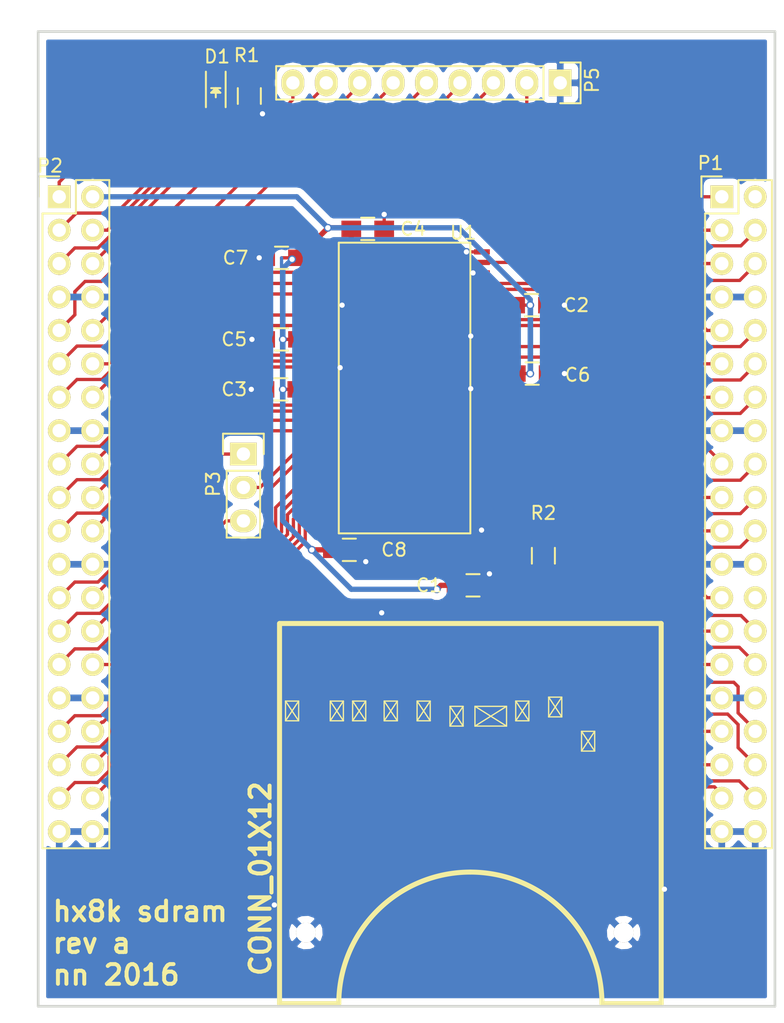
<source format=kicad_pcb>
(kicad_pcb (version 4) (host pcbnew "(2016-06-02 BZR 6871, Git 368bd14)-product")

  (general
    (links 119)
    (no_connects 0)
    (area 57.299999 69.099999 113.500001 143.400001)
    (thickness 1.6)
    (drawings 5)
    (tracks 480)
    (zones 0)
    (modules 17)
    (nets 65)
  )

  (page A4)
  (layers
    (0 F.Cu signal)
    (31 B.Cu signal)
    (32 B.Adhes user)
    (33 F.Adhes user)
    (34 B.Paste user)
    (35 F.Paste user)
    (36 B.SilkS user)
    (37 F.SilkS user)
    (38 B.Mask user)
    (39 F.Mask user)
    (40 Dwgs.User user)
    (41 Cmts.User user)
    (42 Eco1.User user)
    (43 Eco2.User user)
    (44 Edge.Cuts user)
    (45 Margin user)
    (46 B.CrtYd user)
    (47 F.CrtYd user)
    (48 B.Fab user)
    (49 F.Fab user)
  )

  (setup
    (last_trace_width 0.4)
    (user_trace_width 0.4)
    (trace_clearance 0.2)
    (zone_clearance 0.508)
    (zone_45_only no)
    (trace_min 0.2)
    (segment_width 0.2)
    (edge_width 0.15)
    (via_size 0.6)
    (via_drill 0.4)
    (via_min_size 0.6)
    (via_min_drill 0.3)
    (uvia_size 0.3)
    (uvia_drill 0.1)
    (uvias_allowed no)
    (uvia_min_size 0.2)
    (uvia_min_drill 0.1)
    (pcb_text_width 0.3)
    (pcb_text_size 1.5 1.5)
    (mod_edge_width 0.15)
    (mod_text_size 1 1)
    (mod_text_width 0.15)
    (pad_size 1.524 1.524)
    (pad_drill 0.762)
    (pad_to_mask_clearance 0.2)
    (aux_axis_origin 57.4 69.2)
    (grid_origin 57.4 69.2)
    (visible_elements FFFFFF7F)
    (pcbplotparams
      (layerselection 0x00030_ffffffff)
      (usegerberextensions false)
      (excludeedgelayer true)
      (linewidth 0.100000)
      (plotframeref false)
      (viasonmask false)
      (mode 1)
      (useauxorigin false)
      (hpglpennumber 1)
      (hpglpenspeed 20)
      (hpglpendiameter 15)
      (psnegative false)
      (psa4output false)
      (plotreference true)
      (plotvalue true)
      (plotinvisibletext false)
      (padsonsilk false)
      (subtractmaskfromsilk false)
      (outputformat 2)
      (mirror false)
      (drillshape 0)
      (scaleselection 1)
      (outputdirectory ""))
  )

  (net 0 "")
  (net 1 /CS2)
  (net 2 /CS)
  (net 3 /CS1)
  (net 4 /SD_D2)
  (net 5 /SD_D3)
  (net 6 /SD_CMD)
  (net 7 GND)
  (net 8 +3V3)
  (net 9 /SD_CLK)
  (net 10 /SD_D0)
  (net 11 /SD_D1)
  (net 12 /DQ0)
  (net 13 /DQ1)
  (net 14 /DQ2)
  (net 15 /DQ3)
  (net 16 /DQ4)
  (net 17 /DQ5)
  (net 18 /DQ6)
  (net 19 /DQ7)
  (net 20 /LDQM)
  (net 21 /WE)
  (net 22 /CAS)
  (net 23 /RAS)
  (net 24 /BA0)
  (net 25 /BA1)
  (net 26 /A10)
  (net 27 /A0)
  (net 28 /A1)
  (net 29 /A2)
  (net 30 /A3)
  (net 31 /A4)
  (net 32 /A5)
  (net 33 /A6)
  (net 34 /A7)
  (net 35 /A8)
  (net 36 /A9)
  (net 37 /A11)
  (net 38 /A12)
  (net 39 /CKE)
  (net 40 /CLK)
  (net 41 /UDQM)
  (net 42 "Net-(U1-Pad40)")
  (net 43 /DQ8)
  (net 44 /DQ9)
  (net 45 /DQ10)
  (net 46 /DQ11)
  (net 47 /DQ12)
  (net 48 /DQ13)
  (net 49 /DQ14)
  (net 50 /DQ15)
  (net 51 "Net-(D1-Pad1)")
  (net 52 /SD_CD)
  (net 53 /SD_WP)
  (net 54 /LED)
  (net 55 /GPIO1)
  (net 56 /GPIO2)
  (net 57 /GPIO3)
  (net 58 /GPIO4)
  (net 59 /GPIO5)
  (net 60 /GPIO6)
  (net 61 /GPIO7)
  (net 62 /GPIO8)
  (net 63 "Net-(P1-Pad26)")
  (net 64 "Net-(P1-Pad2)")

  (net_class Default "This is the default net class."
    (clearance 0.2)
    (trace_width 0.25)
    (via_dia 0.6)
    (via_drill 0.4)
    (uvia_dia 0.3)
    (uvia_drill 0.1)
    (add_net +3V3)
    (add_net /A0)
    (add_net /A1)
    (add_net /A10)
    (add_net /A11)
    (add_net /A12)
    (add_net /A2)
    (add_net /A3)
    (add_net /A4)
    (add_net /A5)
    (add_net /A6)
    (add_net /A7)
    (add_net /A8)
    (add_net /A9)
    (add_net /BA0)
    (add_net /BA1)
    (add_net /CAS)
    (add_net /CKE)
    (add_net /CLK)
    (add_net /CS)
    (add_net /CS1)
    (add_net /CS2)
    (add_net /DQ0)
    (add_net /DQ1)
    (add_net /DQ10)
    (add_net /DQ11)
    (add_net /DQ12)
    (add_net /DQ13)
    (add_net /DQ14)
    (add_net /DQ15)
    (add_net /DQ2)
    (add_net /DQ3)
    (add_net /DQ4)
    (add_net /DQ5)
    (add_net /DQ6)
    (add_net /DQ7)
    (add_net /DQ8)
    (add_net /DQ9)
    (add_net /GPIO1)
    (add_net /GPIO2)
    (add_net /GPIO3)
    (add_net /GPIO4)
    (add_net /GPIO5)
    (add_net /GPIO6)
    (add_net /GPIO7)
    (add_net /GPIO8)
    (add_net /LDQM)
    (add_net /LED)
    (add_net /RAS)
    (add_net /SD_CD)
    (add_net /SD_CLK)
    (add_net /SD_CMD)
    (add_net /SD_D0)
    (add_net /SD_D1)
    (add_net /SD_D2)
    (add_net /SD_D3)
    (add_net /SD_WP)
    (add_net /UDQM)
    (add_net /WE)
    (add_net GND)
    (add_net "Net-(D1-Pad1)")
    (add_net "Net-(P1-Pad2)")
    (add_net "Net-(P1-Pad26)")
    (add_net "Net-(U1-Pad40)")
  )

  (module Capacitors_SMD:C_0805_HandSoldering (layer F.Cu) (tedit 541A9B8D) (tstamp 57A3B657)
    (at 82.45 84.2)
    (descr "Capacitor SMD 0805, hand soldering")
    (tags "capacitor 0805")
    (path /57A29FC5)
    (attr smd)
    (fp_text reference C4 (at 3.45 0) (layer F.SilkS)
      (effects (font (size 1 1) (thickness 0.15)))
    )
    (fp_text value C (at -0.05 0.1) (layer F.Fab)
      (effects (font (size 1 1) (thickness 0.15)))
    )
    (fp_line (start -2.3 -1) (end 2.3 -1) (layer F.CrtYd) (width 0.05))
    (fp_line (start -2.3 1) (end 2.3 1) (layer F.CrtYd) (width 0.05))
    (fp_line (start -2.3 -1) (end -2.3 1) (layer F.CrtYd) (width 0.05))
    (fp_line (start 2.3 -1) (end 2.3 1) (layer F.CrtYd) (width 0.05))
    (fp_line (start 0.5 -0.85) (end -0.5 -0.85) (layer F.SilkS) (width 0.15))
    (fp_line (start -0.5 0.85) (end 0.5 0.85) (layer F.SilkS) (width 0.15))
    (pad 1 smd rect (at -1.25 0) (size 1.5 1.25) (layers F.Cu F.Paste F.Mask)
      (net 8 +3V3))
    (pad 2 smd rect (at 1.25 0) (size 1.5 1.25) (layers F.Cu F.Paste F.Mask)
      (net 7 GND))
    (model Capacitors_SMD.3dshapes/C_0805_HandSoldering.wrl
      (at (xyz 0 0 0))
      (scale (xyz 1 1 1))
      (rotate (xyz 0 0 0))
    )
  )

  (module Pin_Headers:Pin_Header_Straight_2x20 (layer F.Cu) (tedit 0) (tstamp 57A5344D)
    (at 109.36 81.76)
    (descr "Through hole pin header")
    (tags "pin header")
    (path /57A29588)
    (fp_text reference P1 (at -0.86 -2.56) (layer F.SilkS)
      (effects (font (size 1 1) (thickness 0.15)))
    )
    (fp_text value CONN_02X20 (at -2.46 14.54 90) (layer F.Fab)
      (effects (font (size 1 1) (thickness 0.15)))
    )
    (fp_line (start -1.75 -1.75) (end -1.75 50.05) (layer F.CrtYd) (width 0.05))
    (fp_line (start 4.3 -1.75) (end 4.3 50.05) (layer F.CrtYd) (width 0.05))
    (fp_line (start -1.75 -1.75) (end 4.3 -1.75) (layer F.CrtYd) (width 0.05))
    (fp_line (start -1.75 50.05) (end 4.3 50.05) (layer F.CrtYd) (width 0.05))
    (fp_line (start 3.81 49.53) (end 3.81 -1.27) (layer F.SilkS) (width 0.15))
    (fp_line (start -1.27 1.27) (end -1.27 49.53) (layer F.SilkS) (width 0.15))
    (fp_line (start 3.81 49.53) (end -1.27 49.53) (layer F.SilkS) (width 0.15))
    (fp_line (start 3.81 -1.27) (end 1.27 -1.27) (layer F.SilkS) (width 0.15))
    (fp_line (start 0 -1.55) (end -1.55 -1.55) (layer F.SilkS) (width 0.15))
    (fp_line (start 1.27 -1.27) (end 1.27 1.27) (layer F.SilkS) (width 0.15))
    (fp_line (start 1.27 1.27) (end -1.27 1.27) (layer F.SilkS) (width 0.15))
    (fp_line (start -1.55 -1.55) (end -1.55 0) (layer F.SilkS) (width 0.15))
    (pad 1 thru_hole rect (at 0 0) (size 1.7272 1.7272) (drill 1.016) (layers *.Cu *.Mask F.SilkS)
      (net 62 /GPIO8))
    (pad 2 thru_hole oval (at 2.54 0) (size 1.7272 1.7272) (drill 1.016) (layers *.Cu *.Mask F.SilkS)
      (net 64 "Net-(P1-Pad2)"))
    (pad 3 thru_hole oval (at 0 2.54) (size 1.7272 1.7272) (drill 1.016) (layers *.Cu *.Mask F.SilkS)
      (net 50 /DQ15))
    (pad 4 thru_hole oval (at 2.54 2.54) (size 1.7272 1.7272) (drill 1.016) (layers *.Cu *.Mask F.SilkS)
      (net 49 /DQ14))
    (pad 5 thru_hole oval (at 0 5.08) (size 1.7272 1.7272) (drill 1.016) (layers *.Cu *.Mask F.SilkS)
      (net 48 /DQ13))
    (pad 6 thru_hole oval (at 2.54 5.08) (size 1.7272 1.7272) (drill 1.016) (layers *.Cu *.Mask F.SilkS)
      (net 47 /DQ12))
    (pad 7 thru_hole oval (at 0 7.62) (size 1.7272 1.7272) (drill 1.016) (layers *.Cu *.Mask F.SilkS)
      (net 7 GND))
    (pad 8 thru_hole oval (at 2.54 7.62) (size 1.7272 1.7272) (drill 1.016) (layers *.Cu *.Mask F.SilkS)
      (net 7 GND))
    (pad 9 thru_hole oval (at 0 10.16) (size 1.7272 1.7272) (drill 1.016) (layers *.Cu *.Mask F.SilkS)
      (net 46 /DQ11))
    (pad 10 thru_hole oval (at 2.54 10.16) (size 1.7272 1.7272) (drill 1.016) (layers *.Cu *.Mask F.SilkS)
      (net 45 /DQ10))
    (pad 11 thru_hole oval (at 0 12.7) (size 1.7272 1.7272) (drill 1.016) (layers *.Cu *.Mask F.SilkS)
      (net 44 /DQ9))
    (pad 12 thru_hole oval (at 2.54 12.7) (size 1.7272 1.7272) (drill 1.016) (layers *.Cu *.Mask F.SilkS)
      (net 43 /DQ8))
    (pad 13 thru_hole oval (at 0 15.24) (size 1.7272 1.7272) (drill 1.016) (layers *.Cu *.Mask F.SilkS)
      (net 41 /UDQM))
    (pad 14 thru_hole oval (at 2.54 15.24) (size 1.7272 1.7272) (drill 1.016) (layers *.Cu *.Mask F.SilkS)
      (net 40 /CLK))
    (pad 15 thru_hole oval (at 0 17.78) (size 1.7272 1.7272) (drill 1.016) (layers *.Cu *.Mask F.SilkS)
      (net 7 GND))
    (pad 16 thru_hole oval (at 2.54 17.78) (size 1.7272 1.7272) (drill 1.016) (layers *.Cu *.Mask F.SilkS)
      (net 7 GND))
    (pad 17 thru_hole oval (at 0 20.32) (size 1.7272 1.7272) (drill 1.016) (layers *.Cu *.Mask F.SilkS)
      (net 39 /CKE))
    (pad 18 thru_hole oval (at 2.54 20.32) (size 1.7272 1.7272) (drill 1.016) (layers *.Cu *.Mask F.SilkS)
      (net 38 /A12))
    (pad 19 thru_hole oval (at 0 22.86) (size 1.7272 1.7272) (drill 1.016) (layers *.Cu *.Mask F.SilkS)
      (net 37 /A11))
    (pad 20 thru_hole oval (at 2.54 22.86) (size 1.7272 1.7272) (drill 1.016) (layers *.Cu *.Mask F.SilkS)
      (net 36 /A9))
    (pad 21 thru_hole oval (at 0 25.4) (size 1.7272 1.7272) (drill 1.016) (layers *.Cu *.Mask F.SilkS)
      (net 35 /A8))
    (pad 22 thru_hole oval (at 2.54 25.4) (size 1.7272 1.7272) (drill 1.016) (layers *.Cu *.Mask F.SilkS)
      (net 34 /A7))
    (pad 23 thru_hole oval (at 0 27.94) (size 1.7272 1.7272) (drill 1.016) (layers *.Cu *.Mask F.SilkS)
      (net 7 GND))
    (pad 24 thru_hole oval (at 2.54 27.94) (size 1.7272 1.7272) (drill 1.016) (layers *.Cu *.Mask F.SilkS)
      (net 7 GND))
    (pad 25 thru_hole oval (at 0 30.48) (size 1.7272 1.7272) (drill 1.016) (layers *.Cu *.Mask F.SilkS)
      (net 33 /A6))
    (pad 26 thru_hole oval (at 2.54 30.48) (size 1.7272 1.7272) (drill 1.016) (layers *.Cu *.Mask F.SilkS)
      (net 63 "Net-(P1-Pad26)"))
    (pad 27 thru_hole oval (at 0 33.02) (size 1.7272 1.7272) (drill 1.016) (layers *.Cu *.Mask F.SilkS)
      (net 31 /A4))
    (pad 28 thru_hole oval (at 2.54 33.02) (size 1.7272 1.7272) (drill 1.016) (layers *.Cu *.Mask F.SilkS)
      (net 32 /A5))
    (pad 29 thru_hole oval (at 0 35.56) (size 1.7272 1.7272) (drill 1.016) (layers *.Cu *.Mask F.SilkS)
      (net 5 /SD_D3))
    (pad 30 thru_hole oval (at 2.54 35.56) (size 1.7272 1.7272) (drill 1.016) (layers *.Cu *.Mask F.SilkS)
      (net 6 /SD_CMD))
    (pad 31 thru_hole oval (at 0 38.1) (size 1.7272 1.7272) (drill 1.016) (layers *.Cu *.Mask F.SilkS)
      (net 7 GND))
    (pad 32 thru_hole oval (at 2.54 38.1) (size 1.7272 1.7272) (drill 1.016) (layers *.Cu *.Mask F.SilkS)
      (net 7 GND))
    (pad 33 thru_hole oval (at 0 40.64) (size 1.7272 1.7272) (drill 1.016) (layers *.Cu *.Mask F.SilkS)
      (net 9 /SD_CLK))
    (pad 34 thru_hole oval (at 2.54 40.64) (size 1.7272 1.7272) (drill 1.016) (layers *.Cu *.Mask F.SilkS)
      (net 4 /SD_D2))
    (pad 35 thru_hole oval (at 0 43.18) (size 1.7272 1.7272) (drill 1.016) (layers *.Cu *.Mask F.SilkS)
      (net 10 /SD_D0))
    (pad 36 thru_hole oval (at 2.54 43.18) (size 1.7272 1.7272) (drill 1.016) (layers *.Cu *.Mask F.SilkS)
      (net 52 /SD_CD))
    (pad 37 thru_hole oval (at 0 45.72) (size 1.7272 1.7272) (drill 1.016) (layers *.Cu *.Mask F.SilkS)
      (net 53 /SD_WP))
    (pad 38 thru_hole oval (at 2.54 45.72) (size 1.7272 1.7272) (drill 1.016) (layers *.Cu *.Mask F.SilkS)
      (net 11 /SD_D1))
    (pad 39 thru_hole oval (at 0 48.26) (size 1.7272 1.7272) (drill 1.016) (layers *.Cu *.Mask F.SilkS)
      (net 7 GND))
    (pad 40 thru_hole oval (at 2.54 48.26) (size 1.7272 1.7272) (drill 1.016) (layers *.Cu *.Mask F.SilkS)
      (net 7 GND))
    (model Pin_Headers.3dshapes/Pin_Header_Straight_2x20.wrl
      (at (xyz 0.05 -0.95 0))
      (scale (xyz 1 1 1))
      (rotate (xyz 0 0 90))
    )
  )

  (module Pin_Headers:Pin_Header_Straight_1x09 (layer F.Cu) (tedit 0) (tstamp 57A4CF73)
    (at 97.08 73.1 270)
    (descr "Through hole pin header")
    (tags "pin header")
    (path /57A4BF7B)
    (fp_text reference P5 (at -0.2 -2.42 90) (layer F.SilkS)
      (effects (font (size 1 1) (thickness 0.15)))
    )
    (fp_text value CONN_01X09 (at -2.4 3.08 360) (layer F.Fab)
      (effects (font (size 1 1) (thickness 0.15)))
    )
    (fp_line (start -1.75 -1.75) (end -1.75 22.1) (layer F.CrtYd) (width 0.05))
    (fp_line (start 1.75 -1.75) (end 1.75 22.1) (layer F.CrtYd) (width 0.05))
    (fp_line (start -1.75 -1.75) (end 1.75 -1.75) (layer F.CrtYd) (width 0.05))
    (fp_line (start -1.75 22.1) (end 1.75 22.1) (layer F.CrtYd) (width 0.05))
    (fp_line (start 1.27 1.27) (end 1.27 21.59) (layer F.SilkS) (width 0.15))
    (fp_line (start 1.27 21.59) (end -1.27 21.59) (layer F.SilkS) (width 0.15))
    (fp_line (start -1.27 21.59) (end -1.27 1.27) (layer F.SilkS) (width 0.15))
    (fp_line (start 1.55 -1.55) (end 1.55 0) (layer F.SilkS) (width 0.15))
    (fp_line (start 1.27 1.27) (end -1.27 1.27) (layer F.SilkS) (width 0.15))
    (fp_line (start -1.55 0) (end -1.55 -1.55) (layer F.SilkS) (width 0.15))
    (fp_line (start -1.55 -1.55) (end 1.55 -1.55) (layer F.SilkS) (width 0.15))
    (pad 1 thru_hole rect (at 0 0 270) (size 2.032 1.7272) (drill 1.016) (layers *.Cu *.Mask F.SilkS)
      (net 7 GND))
    (pad 2 thru_hole oval (at 0 2.54 270) (size 2.032 1.7272) (drill 1.016) (layers *.Cu *.Mask F.SilkS)
      (net 62 /GPIO8))
    (pad 3 thru_hole oval (at 0 5.08 270) (size 2.032 1.7272) (drill 1.016) (layers *.Cu *.Mask F.SilkS)
      (net 61 /GPIO7))
    (pad 4 thru_hole oval (at 0 7.62 270) (size 2.032 1.7272) (drill 1.016) (layers *.Cu *.Mask F.SilkS)
      (net 60 /GPIO6))
    (pad 5 thru_hole oval (at 0 10.16 270) (size 2.032 1.7272) (drill 1.016) (layers *.Cu *.Mask F.SilkS)
      (net 59 /GPIO5))
    (pad 6 thru_hole oval (at 0 12.7 270) (size 2.032 1.7272) (drill 1.016) (layers *.Cu *.Mask F.SilkS)
      (net 58 /GPIO4))
    (pad 7 thru_hole oval (at 0 15.24 270) (size 2.032 1.7272) (drill 1.016) (layers *.Cu *.Mask F.SilkS)
      (net 57 /GPIO3))
    (pad 8 thru_hole oval (at 0 17.78 270) (size 2.032 1.7272) (drill 1.016) (layers *.Cu *.Mask F.SilkS)
      (net 56 /GPIO2))
    (pad 9 thru_hole oval (at 0 20.32 270) (size 2.032 1.7272) (drill 1.016) (layers *.Cu *.Mask F.SilkS)
      (net 55 /GPIO1))
    (model Pin_Headers.3dshapes/Pin_Header_Straight_1x09.wrl
      (at (xyz 0 -0.4 0))
      (scale (xyz 1 1 1))
      (rotate (xyz 0 0 90))
    )
  )

  (module Resistors_SMD:R_0805_HandSoldering (layer F.Cu) (tedit 54189DEE) (tstamp 57A3B4F3)
    (at 95.8 109.05 270)
    (descr "Resistor SMD 0805, hand soldering")
    (tags "resistor 0805")
    (path /57A39CF6)
    (attr smd)
    (fp_text reference R2 (at -3.25 0) (layer F.SilkS)
      (effects (font (size 1 1) (thickness 0.15)))
    )
    (fp_text value R (at 0.05 0 270) (layer F.Fab)
      (effects (font (size 1 1) (thickness 0.15)))
    )
    (fp_line (start -2.4 -1) (end 2.4 -1) (layer F.CrtYd) (width 0.05))
    (fp_line (start -2.4 1) (end 2.4 1) (layer F.CrtYd) (width 0.05))
    (fp_line (start -2.4 -1) (end -2.4 1) (layer F.CrtYd) (width 0.05))
    (fp_line (start 2.4 -1) (end 2.4 1) (layer F.CrtYd) (width 0.05))
    (fp_line (start 0.6 0.875) (end -0.6 0.875) (layer F.SilkS) (width 0.15))
    (fp_line (start -0.6 -0.875) (end 0.6 -0.875) (layer F.SilkS) (width 0.15))
    (pad 1 smd rect (at -1.35 0 270) (size 1.5 1.3) (layers F.Cu F.Paste F.Mask)
      (net 8 +3V3))
    (pad 2 smd rect (at 1.35 0 270) (size 1.5 1.3) (layers F.Cu F.Paste F.Mask)
      (net 6 /SD_CMD))
    (model Resistors_SMD.3dshapes/R_0805_HandSoldering.wrl
      (at (xyz 0 0 0))
      (scale (xyz 1 1 1))
      (rotate (xyz 0 0 0))
    )
  )

  (module Resistors_SMD:R_0805_HandSoldering (layer F.Cu) (tedit 54189DEE) (tstamp 57A3B503)
    (at 73.45 74.1 270)
    (descr "Resistor SMD 0805, hand soldering")
    (tags "resistor 0805")
    (path /57A2D603)
    (attr smd)
    (fp_text reference R1 (at -3.1 0.2) (layer F.SilkS)
      (effects (font (size 1 1) (thickness 0.15)))
    )
    (fp_text value R (at 0.1 0 270) (layer F.Fab)
      (effects (font (size 1 1) (thickness 0.15)))
    )
    (fp_line (start -2.4 -1) (end 2.4 -1) (layer F.CrtYd) (width 0.05))
    (fp_line (start -2.4 1) (end 2.4 1) (layer F.CrtYd) (width 0.05))
    (fp_line (start -2.4 -1) (end -2.4 1) (layer F.CrtYd) (width 0.05))
    (fp_line (start 2.4 -1) (end 2.4 1) (layer F.CrtYd) (width 0.05))
    (fp_line (start 0.6 0.875) (end -0.6 0.875) (layer F.SilkS) (width 0.15))
    (fp_line (start -0.6 -0.875) (end 0.6 -0.875) (layer F.SilkS) (width 0.15))
    (pad 1 smd rect (at -1.35 0 270) (size 1.5 1.3) (layers F.Cu F.Paste F.Mask)
      (net 51 "Net-(D1-Pad1)"))
    (pad 2 smd rect (at 1.35 0 270) (size 1.5 1.3) (layers F.Cu F.Paste F.Mask)
      (net 7 GND))
    (model Resistors_SMD.3dshapes/R_0805_HandSoldering.wrl
      (at (xyz 0 0 0))
      (scale (xyz 1 1 1))
      (rotate (xyz 0 0 0))
    )
  )

  (module LEDs:LED_0805 (layer F.Cu) (tedit 55BDE1C2) (tstamp 57A3B513)
    (at 70.9 73.84902 270)
    (descr "LED 0805 smd package")
    (tags "LED 0805 SMD")
    (path /57A2D539)
    (attr smd)
    (fp_text reference D1 (at -2.74902 -0.1) (layer F.SilkS)
      (effects (font (size 1 1) (thickness 0.15)))
    )
    (fp_text value LED (at -0.04902 0 270) (layer F.Fab)
      (effects (font (size 1 1) (thickness 0.15)))
    )
    (fp_line (start -1.6 0.75) (end 1.1 0.75) (layer F.SilkS) (width 0.15))
    (fp_line (start -1.6 -0.75) (end 1.1 -0.75) (layer F.SilkS) (width 0.15))
    (fp_line (start -0.1 0.15) (end -0.1 -0.1) (layer F.SilkS) (width 0.15))
    (fp_line (start -0.1 -0.1) (end -0.25 0.05) (layer F.SilkS) (width 0.15))
    (fp_line (start -0.35 -0.35) (end -0.35 0.35) (layer F.SilkS) (width 0.15))
    (fp_line (start 0 0) (end 0.35 0) (layer F.SilkS) (width 0.15))
    (fp_line (start -0.35 0) (end 0 -0.35) (layer F.SilkS) (width 0.15))
    (fp_line (start 0 -0.35) (end 0 0.35) (layer F.SilkS) (width 0.15))
    (fp_line (start 0 0.35) (end -0.35 0) (layer F.SilkS) (width 0.15))
    (fp_line (start 1.9 -0.95) (end 1.9 0.95) (layer F.CrtYd) (width 0.05))
    (fp_line (start 1.9 0.95) (end -1.9 0.95) (layer F.CrtYd) (width 0.05))
    (fp_line (start -1.9 0.95) (end -1.9 -0.95) (layer F.CrtYd) (width 0.05))
    (fp_line (start -1.9 -0.95) (end 1.9 -0.95) (layer F.CrtYd) (width 0.05))
    (pad 2 smd rect (at 1.04902 0 90) (size 1.19888 1.19888) (layers F.Cu F.Paste F.Mask)
      (net 54 /LED))
    (pad 1 smd rect (at -1.04902 0 90) (size 1.19888 1.19888) (layers F.Cu F.Paste F.Mask)
      (net 51 "Net-(D1-Pad1)"))
    (model LEDs.3dshapes/LED_0805.wrl
      (at (xyz 0 0 0))
      (scale (xyz 1 1 1))
      (rotate (xyz 0 0 0))
    )
  )

  (module Capacitors_SMD:C_0805_HandSoldering (layer F.Cu) (tedit 541A9B8D) (tstamp 57A3B627)
    (at 90.45 111.3)
    (descr "Capacitor SMD 0805, hand soldering")
    (tags "capacitor 0805")
    (path /57A2A03A)
    (attr smd)
    (fp_text reference C1 (at -3.35 0) (layer F.SilkS)
      (effects (font (size 1 1) (thickness 0.15)))
    )
    (fp_text value C (at 0.05 0.1) (layer F.Fab)
      (effects (font (size 1 1) (thickness 0.15)))
    )
    (fp_line (start -2.3 -1) (end 2.3 -1) (layer F.CrtYd) (width 0.05))
    (fp_line (start -2.3 1) (end 2.3 1) (layer F.CrtYd) (width 0.05))
    (fp_line (start -2.3 -1) (end -2.3 1) (layer F.CrtYd) (width 0.05))
    (fp_line (start 2.3 -1) (end 2.3 1) (layer F.CrtYd) (width 0.05))
    (fp_line (start 0.5 -0.85) (end -0.5 -0.85) (layer F.SilkS) (width 0.15))
    (fp_line (start -0.5 0.85) (end 0.5 0.85) (layer F.SilkS) (width 0.15))
    (pad 1 smd rect (at -1.25 0) (size 1.5 1.25) (layers F.Cu F.Paste F.Mask)
      (net 8 +3V3))
    (pad 2 smd rect (at 1.25 0) (size 1.5 1.25) (layers F.Cu F.Paste F.Mask)
      (net 7 GND))
    (model Capacitors_SMD.3dshapes/C_0805_HandSoldering.wrl
      (at (xyz 0 0 0))
      (scale (xyz 1 1 1))
      (rotate (xyz 0 0 0))
    )
  )

  (module Capacitors_SMD:C_0805_HandSoldering (layer F.Cu) (tedit 541A9B8D) (tstamp 57A3B637)
    (at 94.9 90)
    (descr "Capacitor SMD 0805, hand soldering")
    (tags "capacitor 0805")
    (path /57A2A077)
    (attr smd)
    (fp_text reference C2 (at 3.4 0) (layer F.SilkS)
      (effects (font (size 1 1) (thickness 0.15)))
    )
    (fp_text value C (at 0 0.1) (layer F.Fab)
      (effects (font (size 1 1) (thickness 0.15)))
    )
    (fp_line (start -2.3 -1) (end 2.3 -1) (layer F.CrtYd) (width 0.05))
    (fp_line (start -2.3 1) (end 2.3 1) (layer F.CrtYd) (width 0.05))
    (fp_line (start -2.3 -1) (end -2.3 1) (layer F.CrtYd) (width 0.05))
    (fp_line (start 2.3 -1) (end 2.3 1) (layer F.CrtYd) (width 0.05))
    (fp_line (start 0.5 -0.85) (end -0.5 -0.85) (layer F.SilkS) (width 0.15))
    (fp_line (start -0.5 0.85) (end 0.5 0.85) (layer F.SilkS) (width 0.15))
    (pad 1 smd rect (at -1.25 0) (size 1.5 1.25) (layers F.Cu F.Paste F.Mask)
      (net 8 +3V3))
    (pad 2 smd rect (at 1.25 0) (size 1.5 1.25) (layers F.Cu F.Paste F.Mask)
      (net 7 GND))
    (model Capacitors_SMD.3dshapes/C_0805_HandSoldering.wrl
      (at (xyz 0 0 0))
      (scale (xyz 1 1 1))
      (rotate (xyz 0 0 0))
    )
  )

  (module Capacitors_SMD:C_0805_HandSoldering (layer F.Cu) (tedit 541A9B8D) (tstamp 57A3B647)
    (at 75.85 96.4 180)
    (descr "Capacitor SMD 0805, hand soldering")
    (tags "capacitor 0805")
    (path /57A29FF8)
    (attr smd)
    (fp_text reference C3 (at 3.55 0 180) (layer F.SilkS)
      (effects (font (size 1 1) (thickness 0.15)))
    )
    (fp_text value C (at 0.05 -0.1 180) (layer F.Fab)
      (effects (font (size 1 1) (thickness 0.15)))
    )
    (fp_line (start -2.3 -1) (end 2.3 -1) (layer F.CrtYd) (width 0.05))
    (fp_line (start -2.3 1) (end 2.3 1) (layer F.CrtYd) (width 0.05))
    (fp_line (start -2.3 -1) (end -2.3 1) (layer F.CrtYd) (width 0.05))
    (fp_line (start 2.3 -1) (end 2.3 1) (layer F.CrtYd) (width 0.05))
    (fp_line (start 0.5 -0.85) (end -0.5 -0.85) (layer F.SilkS) (width 0.15))
    (fp_line (start -0.5 0.85) (end 0.5 0.85) (layer F.SilkS) (width 0.15))
    (pad 1 smd rect (at -1.25 0 180) (size 1.5 1.25) (layers F.Cu F.Paste F.Mask)
      (net 8 +3V3))
    (pad 2 smd rect (at 1.25 0 180) (size 1.5 1.25) (layers F.Cu F.Paste F.Mask)
      (net 7 GND))
    (model Capacitors_SMD.3dshapes/C_0805_HandSoldering.wrl
      (at (xyz 0 0 0))
      (scale (xyz 1 1 1))
      (rotate (xyz 0 0 0))
    )
  )

  (module Capacitors_SMD:C_0805_HandSoldering (layer F.Cu) (tedit 541A9B8D) (tstamp 57A3B667)
    (at 75.9 92.6)
    (descr "Capacitor SMD 0805, hand soldering")
    (tags "capacitor 0805")
    (path /57A2A2EC)
    (attr smd)
    (fp_text reference C5 (at -3.6 0) (layer F.SilkS)
      (effects (font (size 1 1) (thickness 0.15)))
    )
    (fp_text value C (at -0.1 0.1) (layer F.Fab)
      (effects (font (size 1 1) (thickness 0.15)))
    )
    (fp_line (start -2.3 -1) (end 2.3 -1) (layer F.CrtYd) (width 0.05))
    (fp_line (start -2.3 1) (end 2.3 1) (layer F.CrtYd) (width 0.05))
    (fp_line (start -2.3 -1) (end -2.3 1) (layer F.CrtYd) (width 0.05))
    (fp_line (start 2.3 -1) (end 2.3 1) (layer F.CrtYd) (width 0.05))
    (fp_line (start 0.5 -0.85) (end -0.5 -0.85) (layer F.SilkS) (width 0.15))
    (fp_line (start -0.5 0.85) (end 0.5 0.85) (layer F.SilkS) (width 0.15))
    (pad 1 smd rect (at -1.25 0) (size 1.5 1.25) (layers F.Cu F.Paste F.Mask)
      (net 7 GND))
    (pad 2 smd rect (at 1.25 0) (size 1.5 1.25) (layers F.Cu F.Paste F.Mask)
      (net 8 +3V3))
    (model Capacitors_SMD.3dshapes/C_0805_HandSoldering.wrl
      (at (xyz 0 0 0))
      (scale (xyz 1 1 1))
      (rotate (xyz 0 0 0))
    )
  )

  (module Capacitors_SMD:C_0805_HandSoldering (layer F.Cu) (tedit 541A9B8D) (tstamp 57A3B677)
    (at 94.95 95.2 180)
    (descr "Capacitor SMD 0805, hand soldering")
    (tags "capacitor 0805")
    (path /57A2A375)
    (attr smd)
    (fp_text reference C6 (at -3.45 -0.1 180) (layer F.SilkS)
      (effects (font (size 1 1) (thickness 0.15)))
    )
    (fp_text value C (at 0.05 -0.1 180) (layer F.Fab)
      (effects (font (size 1 1) (thickness 0.15)))
    )
    (fp_line (start -2.3 -1) (end 2.3 -1) (layer F.CrtYd) (width 0.05))
    (fp_line (start -2.3 1) (end 2.3 1) (layer F.CrtYd) (width 0.05))
    (fp_line (start -2.3 -1) (end -2.3 1) (layer F.CrtYd) (width 0.05))
    (fp_line (start 2.3 -1) (end 2.3 1) (layer F.CrtYd) (width 0.05))
    (fp_line (start 0.5 -0.85) (end -0.5 -0.85) (layer F.SilkS) (width 0.15))
    (fp_line (start -0.5 0.85) (end 0.5 0.85) (layer F.SilkS) (width 0.15))
    (pad 1 smd rect (at -1.25 0 180) (size 1.5 1.25) (layers F.Cu F.Paste F.Mask)
      (net 7 GND))
    (pad 2 smd rect (at 1.25 0 180) (size 1.5 1.25) (layers F.Cu F.Paste F.Mask)
      (net 8 +3V3))
    (model Capacitors_SMD.3dshapes/C_0805_HandSoldering.wrl
      (at (xyz 0 0 0))
      (scale (xyz 1 1 1))
      (rotate (xyz 0 0 0))
    )
  )

  (module Capacitors_SMD:C_0805_HandSoldering (layer F.Cu) (tedit 541A9B8D) (tstamp 57A3B687)
    (at 75.9 86.4)
    (descr "Capacitor SMD 0805, hand soldering")
    (tags "capacitor 0805")
    (path /57A2A333)
    (attr smd)
    (fp_text reference C7 (at -3.5 0) (layer F.SilkS)
      (effects (font (size 1 1) (thickness 0.15)))
    )
    (fp_text value C (at -0.1 0.1) (layer F.Fab)
      (effects (font (size 1 1) (thickness 0.15)))
    )
    (fp_line (start -2.3 -1) (end 2.3 -1) (layer F.CrtYd) (width 0.05))
    (fp_line (start -2.3 1) (end 2.3 1) (layer F.CrtYd) (width 0.05))
    (fp_line (start -2.3 -1) (end -2.3 1) (layer F.CrtYd) (width 0.05))
    (fp_line (start 2.3 -1) (end 2.3 1) (layer F.CrtYd) (width 0.05))
    (fp_line (start 0.5 -0.85) (end -0.5 -0.85) (layer F.SilkS) (width 0.15))
    (fp_line (start -0.5 0.85) (end 0.5 0.85) (layer F.SilkS) (width 0.15))
    (pad 1 smd rect (at -1.25 0) (size 1.5 1.25) (layers F.Cu F.Paste F.Mask)
      (net 7 GND))
    (pad 2 smd rect (at 1.25 0) (size 1.5 1.25) (layers F.Cu F.Paste F.Mask)
      (net 8 +3V3))
    (model Capacitors_SMD.3dshapes/C_0805_HandSoldering.wrl
      (at (xyz 0 0 0))
      (scale (xyz 1 1 1))
      (rotate (xyz 0 0 0))
    )
  )

  (module Capacitors_SMD:C_0805_HandSoldering (layer F.Cu) (tedit 541A9B8D) (tstamp 57A3B697)
    (at 81.05 108.6)
    (descr "Capacitor SMD 0805, hand soldering")
    (tags "capacitor 0805")
    (path /57A37238)
    (attr smd)
    (fp_text reference C8 (at 3.4 0) (layer F.SilkS)
      (effects (font (size 1 1) (thickness 0.15)))
    )
    (fp_text value C (at 0 0.1) (layer F.Fab)
      (effects (font (size 1 1) (thickness 0.15)))
    )
    (fp_line (start -2.3 -1) (end 2.3 -1) (layer F.CrtYd) (width 0.05))
    (fp_line (start -2.3 1) (end 2.3 1) (layer F.CrtYd) (width 0.05))
    (fp_line (start -2.3 -1) (end -2.3 1) (layer F.CrtYd) (width 0.05))
    (fp_line (start 2.3 -1) (end 2.3 1) (layer F.CrtYd) (width 0.05))
    (fp_line (start 0.5 -0.85) (end -0.5 -0.85) (layer F.SilkS) (width 0.15))
    (fp_line (start -0.5 0.85) (end 0.5 0.85) (layer F.SilkS) (width 0.15))
    (pad 1 smd rect (at -1.25 0) (size 1.5 1.25) (layers F.Cu F.Paste F.Mask)
      (net 8 +3V3))
    (pad 2 smd rect (at 1.25 0) (size 1.5 1.25) (layers F.Cu F.Paste F.Mask)
      (net 7 GND))
    (model Capacitors_SMD.3dshapes/C_0805_HandSoldering.wrl
      (at (xyz 0 0 0))
      (scale (xyz 1 1 1))
      (rotate (xyz 0 0 0))
    )
  )

  (module knielsenlib:SD_CARD_10100 (layer F.Cu) (tedit 51E9AACF) (tstamp 57A5336A)
    (at 90.6 137.7 270)
    (path /57A35281)
    (fp_text reference P4 (at -3.50012 -15.99946 270) (layer F.SilkS) hide
      (effects (font (thickness 0.3048)))
    )
    (fp_text value CONN_01X12 (at -4.1 16.3 450) (layer F.SilkS)
      (effects (font (thickness 0.3048)))
    )
    (fp_line (start -16.10106 13.40104) (end -17.59966 14.39926) (layer F.SilkS) (width 0.09906))
    (fp_line (start -17.59966 13.40104) (end -16.10106 13.40104) (layer F.SilkS) (width 0.09906))
    (fp_line (start -16.10106 13.40104) (end -16.10106 14.39926) (layer F.SilkS) (width 0.09906))
    (fp_line (start -16.10106 14.39926) (end -17.59966 14.39926) (layer F.SilkS) (width 0.09906))
    (fp_line (start -17.59966 14.39926) (end -17.59966 13.40104) (layer F.SilkS) (width 0.09906))
    (fp_line (start -17.59966 13.40104) (end -16.10106 14.39926) (layer F.SilkS) (width 0.09906))
    (fp_line (start -16.10106 9.99998) (end -17.59966 11.00074) (layer F.SilkS) (width 0.09906))
    (fp_line (start -17.59966 9.99998) (end -16.10106 9.99998) (layer F.SilkS) (width 0.09906))
    (fp_line (start -16.10106 9.99998) (end -16.10106 11.00074) (layer F.SilkS) (width 0.09906))
    (fp_line (start -16.10106 11.00074) (end -17.59966 11.00074) (layer F.SilkS) (width 0.09906))
    (fp_line (start -17.59966 11.00074) (end -17.59966 9.99998) (layer F.SilkS) (width 0.09906))
    (fp_line (start -17.59966 9.99998) (end -16.10106 11.00074) (layer F.SilkS) (width 0.09906))
    (fp_line (start -16.10106 8.30072) (end -17.59966 9.29894) (layer F.SilkS) (width 0.09906))
    (fp_line (start -17.59966 8.30072) (end -16.10106 8.30072) (layer F.SilkS) (width 0.09906))
    (fp_line (start -16.10106 8.30072) (end -16.10106 9.29894) (layer F.SilkS) (width 0.09906))
    (fp_line (start -16.10106 9.29894) (end -17.59966 9.29894) (layer F.SilkS) (width 0.09906))
    (fp_line (start -17.59966 9.29894) (end -17.59966 8.30072) (layer F.SilkS) (width 0.09906))
    (fp_line (start -17.59966 8.30072) (end -16.10106 9.29894) (layer F.SilkS) (width 0.09906))
    (fp_line (start -16.10106 5.90042) (end -17.59966 6.90118) (layer F.SilkS) (width 0.09906))
    (fp_line (start -16.10106 6.90118) (end -17.59966 6.90118) (layer F.SilkS) (width 0.09906))
    (fp_line (start -17.59966 6.90118) (end -17.59966 5.90042) (layer F.SilkS) (width 0.09906))
    (fp_line (start -17.59966 5.90042) (end -16.10106 6.90118) (layer F.SilkS) (width 0.09906))
    (fp_line (start -17.59966 5.90042) (end -16.10106 5.90042) (layer F.SilkS) (width 0.09906))
    (fp_line (start -16.10106 5.90042) (end -16.10106 6.90118) (layer F.SilkS) (width 0.09906))
    (fp_line (start -16.10106 3.40106) (end -17.59966 4.39928) (layer F.SilkS) (width 0.09906))
    (fp_line (start -17.59966 3.40106) (end -16.10106 3.40106) (layer F.SilkS) (width 0.09906))
    (fp_line (start -16.10106 3.40106) (end -16.10106 4.39928) (layer F.SilkS) (width 0.09906))
    (fp_line (start -16.10106 4.39928) (end -17.59966 4.39928) (layer F.SilkS) (width 0.09906))
    (fp_line (start -17.59966 4.39928) (end -17.59966 3.40106) (layer F.SilkS) (width 0.09906))
    (fp_line (start -17.59966 3.40106) (end -16.10106 4.39928) (layer F.SilkS) (width 0.09906))
    (fp_line (start -15.69974 0.89916) (end -17.20088 1.89992) (layer F.SilkS) (width 0.09906))
    (fp_line (start -17.20088 0.89916) (end -15.69974 0.89916) (layer F.SilkS) (width 0.09906))
    (fp_line (start -15.69974 0.89916) (end -15.69974 1.89992) (layer F.SilkS) (width 0.09906))
    (fp_line (start -15.69974 1.89992) (end -17.20088 1.89992) (layer F.SilkS) (width 0.09906))
    (fp_line (start -17.20088 1.89992) (end -17.20088 0.89916) (layer F.SilkS) (width 0.09906))
    (fp_line (start -17.20088 0.89916) (end -15.69974 1.89992) (layer F.SilkS) (width 0.09906))
    (fp_line (start -17.20088 0) (end -15.69974 -2.4003) (layer F.SilkS) (width 0.09906))
    (fp_line (start -17.20088 -2.4003) (end -15.69974 -2.4003) (layer F.SilkS) (width 0.09906))
    (fp_line (start -15.69974 -2.4003) (end -15.69974 0) (layer F.SilkS) (width 0.09906))
    (fp_line (start -15.69974 0) (end -17.20088 0) (layer F.SilkS) (width 0.09906))
    (fp_line (start -17.20088 0) (end -17.20088 -2.4003) (layer F.SilkS) (width 0.09906))
    (fp_line (start -17.20088 -2.4003) (end -15.69974 0) (layer F.SilkS) (width 0.09906))
    (fp_line (start -16.10106 -4.09956) (end -17.59966 -3.0988) (layer F.SilkS) (width 0.09906))
    (fp_line (start -17.59966 -4.09956) (end -16.10106 -4.09956) (layer F.SilkS) (width 0.09906))
    (fp_line (start -16.10106 -4.09956) (end -16.10106 -3.0988) (layer F.SilkS) (width 0.09906))
    (fp_line (start -16.10106 -3.0988) (end -17.59966 -3.0988) (layer F.SilkS) (width 0.09906))
    (fp_line (start -17.59966 -3.0988) (end -17.59966 -4.09956) (layer F.SilkS) (width 0.09906))
    (fp_line (start -17.59966 -4.09956) (end -16.10106 -3.0988) (layer F.SilkS) (width 0.09906))
    (fp_line (start -16.40078 -6.59892) (end -17.89938 -5.6007) (layer F.SilkS) (width 0.09906))
    (fp_line (start -17.89938 -6.59892) (end -16.40078 -6.59892) (layer F.SilkS) (width 0.09906))
    (fp_line (start -16.40078 -6.59892) (end -16.40078 -5.6007) (layer F.SilkS) (width 0.09906))
    (fp_line (start -16.40078 -5.6007) (end -17.89938 -5.6007) (layer F.SilkS) (width 0.09906))
    (fp_line (start -17.89938 -5.6007) (end -17.89938 -6.59892) (layer F.SilkS) (width 0.09906))
    (fp_line (start -17.89938 -6.59892) (end -16.40078 -5.6007) (layer F.SilkS) (width 0.09906))
    (fp_line (start -15.30096 -9.10082) (end -13.79982 -8.10006) (layer F.SilkS) (width 0.09906))
    (fp_line (start -15.30096 -8.10006) (end -13.79982 -9.10082) (layer F.SilkS) (width 0.09906))
    (fp_line (start -15.30096 -9.10082) (end -13.79982 -9.10082) (layer F.SilkS) (width 0.09906))
    (fp_line (start -13.79982 -9.10082) (end -13.79982 -8.10006) (layer F.SilkS) (width 0.09906))
    (fp_line (start -13.79982 -8.10006) (end -15.30096 -8.10006) (layer F.SilkS) (width 0.09906))
    (fp_line (start -15.30096 -8.10006) (end -15.30096 -9.10082) (layer F.SilkS) (width 0.09906))
    (fp_arc (start 5.40004 0.35052) (end 5.40004 10.3505) (angle 90) (layer F.SilkS) (width 0.381))
    (fp_arc (start 5.40004 0.34798) (end -4.59994 0.34798) (angle 90) (layer F.SilkS) (width 0.381))
    (fp_line (start 5.40004 10.35304) (end 5.40004 14.85392) (layer F.SilkS) (width 0.381))
    (fp_line (start 5.40004 14.85392) (end -23.50008 14.85392) (layer F.SilkS) (width 0.381))
    (fp_line (start -23.50008 14.84884) (end -23.50008 -14.15288) (layer F.SilkS) (width 0.381))
    (fp_line (start -23.50008 -14.15288) (end 5.40004 -14.15288) (layer F.SilkS) (width 0.381))
    (fp_line (start 5.40004 -14.15288) (end 5.40004 -9.652) (layer F.SilkS) (width 0.381))
    (pad 1 smd rect (at -24.31034 -6.10108 270) (size 1.50114 1.00076) (layers F.Cu F.Paste F.Mask)
      (net 5 /SD_D3))
    (pad 2 smd rect (at -24.31034 -3.59918 270) (size 1.50114 1.00076) (layers F.Cu F.Paste F.Mask)
      (net 6 /SD_CMD))
    (pad 3 smd rect (at -24.31034 -0.24892 270) (size 1.50114 1.00076) (layers F.Cu F.Paste F.Mask)
      (net 7 GND))
    (pad 4 smd rect (at -24.31034 1.39954 270) (size 1.50114 1.00076) (layers F.Cu F.Paste F.Mask)
      (net 8 +3V3))
    (pad 5 smd rect (at -24.31034 3.8989 270) (size 1.50114 1.00076) (layers F.Cu F.Paste F.Mask)
      (net 9 /SD_CLK))
    (pad 6 smd rect (at -24.31034 6.4008 270) (size 1.50114 1.00076) (layers F.Cu F.Paste F.Mask)
      (net 7 GND))
    (pad 7 smd rect (at -24.31034 8.82904 270) (size 1.50114 1.00076) (layers F.Cu F.Paste F.Mask)
      (net 10 /SD_D0))
    (pad 8 smd rect (at -24.31034 10.53084 270) (size 1.50114 1.00076) (layers F.Cu F.Paste F.Mask)
      (net 11 /SD_D1))
    (pad 9 smd rect (at -24.31034 -8.60044 270) (size 1.50114 1.00076) (layers F.Cu F.Paste F.Mask)
      (net 4 /SD_D2))
    (pad 10 smd rect (at -24.31034 -1.89992 270) (size 1.50114 1.00076) (layers F.Cu F.Paste F.Mask)
      (net 52 /SD_CD))
    (pad 11 smd rect (at -24.31034 13.8811 270) (size 1.50114 1.00076) (layers F.Cu F.Paste F.Mask)
      (net 53 /SD_WP))
    (pad 12 smd rect (at -2.10058 14.39926 270) (size 1.99898 1.19888) (layers F.Cu F.Paste F.Mask)
      (net 7 GND))
    (pad 12 smd rect (at -3.29946 -13.59916 270) (size 1.99898 1.19888) (layers F.Cu F.Paste F.Mask)
      (net 7 GND))
    (pad 12 thru_hole circle (at 0 -11.30046 270) (size 1.50114 1.50114) (drill 1.50114) (layers *.Cu *.Mask F.SilkS)
      (net 7 GND))
    (pad 12 thru_hole circle (at 0 12.84986 270) (size 1.50114 1.50114) (drill 1.50114) (layers *.Cu *.Mask F.SilkS)
      (net 7 GND))
    (model walter/conn_misc/sd_socket.wrl
      (at (xyz -0.39 -0.02 0))
      (scale (xyz 1 1 1))
      (rotate (xyz 0 0 -90))
    )
  )

  (module Pin_Headers:Pin_Header_Straight_2x20 (layer F.Cu) (tedit 0) (tstamp 57A533CC)
    (at 59 81.76)
    (descr "Through hole pin header")
    (tags "pin header")
    (path /57A297F9)
    (fp_text reference P2 (at -0.7 -2.36) (layer F.SilkS)
      (effects (font (size 1 1) (thickness 0.15)))
    )
    (fp_text value CONN_02X20 (at 5.4 19.14 90) (layer F.Fab)
      (effects (font (size 1 1) (thickness 0.15)))
    )
    (fp_line (start -1.75 -1.75) (end -1.75 50.05) (layer F.CrtYd) (width 0.05))
    (fp_line (start 4.3 -1.75) (end 4.3 50.05) (layer F.CrtYd) (width 0.05))
    (fp_line (start -1.75 -1.75) (end 4.3 -1.75) (layer F.CrtYd) (width 0.05))
    (fp_line (start -1.75 50.05) (end 4.3 50.05) (layer F.CrtYd) (width 0.05))
    (fp_line (start 3.81 49.53) (end 3.81 -1.27) (layer F.SilkS) (width 0.15))
    (fp_line (start -1.27 1.27) (end -1.27 49.53) (layer F.SilkS) (width 0.15))
    (fp_line (start 3.81 49.53) (end -1.27 49.53) (layer F.SilkS) (width 0.15))
    (fp_line (start 3.81 -1.27) (end 1.27 -1.27) (layer F.SilkS) (width 0.15))
    (fp_line (start 0 -1.55) (end -1.55 -1.55) (layer F.SilkS) (width 0.15))
    (fp_line (start 1.27 -1.27) (end 1.27 1.27) (layer F.SilkS) (width 0.15))
    (fp_line (start 1.27 1.27) (end -1.27 1.27) (layer F.SilkS) (width 0.15))
    (fp_line (start -1.55 -1.55) (end -1.55 0) (layer F.SilkS) (width 0.15))
    (pad 1 thru_hole rect (at 0 0) (size 1.7272 1.7272) (drill 1.016) (layers *.Cu *.Mask F.SilkS)
      (net 54 /LED))
    (pad 2 thru_hole oval (at 2.54 0) (size 1.7272 1.7272) (drill 1.016) (layers *.Cu *.Mask F.SilkS)
      (net 8 +3V3))
    (pad 3 thru_hole oval (at 0 2.54) (size 1.7272 1.7272) (drill 1.016) (layers *.Cu *.Mask F.SilkS)
      (net 55 /GPIO1))
    (pad 4 thru_hole oval (at 2.54 2.54) (size 1.7272 1.7272) (drill 1.016) (layers *.Cu *.Mask F.SilkS)
      (net 56 /GPIO2))
    (pad 5 thru_hole oval (at 0 5.08) (size 1.7272 1.7272) (drill 1.016) (layers *.Cu *.Mask F.SilkS)
      (net 57 /GPIO3))
    (pad 6 thru_hole oval (at 2.54 5.08) (size 1.7272 1.7272) (drill 1.016) (layers *.Cu *.Mask F.SilkS)
      (net 58 /GPIO4))
    (pad 7 thru_hole oval (at 0 7.62) (size 1.7272 1.7272) (drill 1.016) (layers *.Cu *.Mask F.SilkS)
      (net 7 GND))
    (pad 8 thru_hole oval (at 2.54 7.62) (size 1.7272 1.7272) (drill 1.016) (layers *.Cu *.Mask F.SilkS)
      (net 7 GND))
    (pad 9 thru_hole oval (at 0 10.16) (size 1.7272 1.7272) (drill 1.016) (layers *.Cu *.Mask F.SilkS)
      (net 59 /GPIO5))
    (pad 10 thru_hole oval (at 2.54 10.16) (size 1.7272 1.7272) (drill 1.016) (layers *.Cu *.Mask F.SilkS)
      (net 60 /GPIO6))
    (pad 11 thru_hole oval (at 0 12.7) (size 1.7272 1.7272) (drill 1.016) (layers *.Cu *.Mask F.SilkS)
      (net 61 /GPIO7))
    (pad 12 thru_hole oval (at 2.54 12.7) (size 1.7272 1.7272) (drill 1.016) (layers *.Cu *.Mask F.SilkS)
      (net 12 /DQ0))
    (pad 13 thru_hole oval (at 0 15.24) (size 1.7272 1.7272) (drill 1.016) (layers *.Cu *.Mask F.SilkS)
      (net 13 /DQ1))
    (pad 14 thru_hole oval (at 2.54 15.24) (size 1.7272 1.7272) (drill 1.016) (layers *.Cu *.Mask F.SilkS)
      (net 14 /DQ2))
    (pad 15 thru_hole oval (at 0 17.78) (size 1.7272 1.7272) (drill 1.016) (layers *.Cu *.Mask F.SilkS)
      (net 7 GND))
    (pad 16 thru_hole oval (at 2.54 17.78) (size 1.7272 1.7272) (drill 1.016) (layers *.Cu *.Mask F.SilkS)
      (net 7 GND))
    (pad 17 thru_hole oval (at 0 20.32) (size 1.7272 1.7272) (drill 1.016) (layers *.Cu *.Mask F.SilkS)
      (net 15 /DQ3))
    (pad 18 thru_hole oval (at 2.54 20.32) (size 1.7272 1.7272) (drill 1.016) (layers *.Cu *.Mask F.SilkS)
      (net 16 /DQ4))
    (pad 19 thru_hole oval (at 0 22.86) (size 1.7272 1.7272) (drill 1.016) (layers *.Cu *.Mask F.SilkS)
      (net 17 /DQ5))
    (pad 20 thru_hole oval (at 2.54 22.86) (size 1.7272 1.7272) (drill 1.016) (layers *.Cu *.Mask F.SilkS)
      (net 18 /DQ6))
    (pad 21 thru_hole oval (at 0 25.4) (size 1.7272 1.7272) (drill 1.016) (layers *.Cu *.Mask F.SilkS)
      (net 19 /DQ7))
    (pad 22 thru_hole oval (at 2.54 25.4) (size 1.7272 1.7272) (drill 1.016) (layers *.Cu *.Mask F.SilkS)
      (net 20 /LDQM))
    (pad 23 thru_hole oval (at 0 27.94) (size 1.7272 1.7272) (drill 1.016) (layers *.Cu *.Mask F.SilkS)
      (net 7 GND))
    (pad 24 thru_hole oval (at 2.54 27.94) (size 1.7272 1.7272) (drill 1.016) (layers *.Cu *.Mask F.SilkS)
      (net 7 GND))
    (pad 25 thru_hole oval (at 0 30.48) (size 1.7272 1.7272) (drill 1.016) (layers *.Cu *.Mask F.SilkS)
      (net 21 /WE))
    (pad 26 thru_hole oval (at 2.54 30.48) (size 1.7272 1.7272) (drill 1.016) (layers *.Cu *.Mask F.SilkS)
      (net 22 /CAS))
    (pad 27 thru_hole oval (at 0 33.02) (size 1.7272 1.7272) (drill 1.016) (layers *.Cu *.Mask F.SilkS)
      (net 23 /RAS))
    (pad 28 thru_hole oval (at 2.54 33.02) (size 1.7272 1.7272) (drill 1.016) (layers *.Cu *.Mask F.SilkS)
      (net 3 /CS1))
    (pad 29 thru_hole oval (at 0 35.56) (size 1.7272 1.7272) (drill 1.016) (layers *.Cu *.Mask F.SilkS)
      (net 1 /CS2))
    (pad 30 thru_hole oval (at 2.54 35.56) (size 1.7272 1.7272) (drill 1.016) (layers *.Cu *.Mask F.SilkS)
      (net 24 /BA0))
    (pad 31 thru_hole oval (at 0 38.1) (size 1.7272 1.7272) (drill 1.016) (layers *.Cu *.Mask F.SilkS)
      (net 7 GND))
    (pad 32 thru_hole oval (at 2.54 38.1) (size 1.7272 1.7272) (drill 1.016) (layers *.Cu *.Mask F.SilkS)
      (net 7 GND))
    (pad 33 thru_hole oval (at 0 40.64) (size 1.7272 1.7272) (drill 1.016) (layers *.Cu *.Mask F.SilkS)
      (net 25 /BA1))
    (pad 34 thru_hole oval (at 2.54 40.64) (size 1.7272 1.7272) (drill 1.016) (layers *.Cu *.Mask F.SilkS)
      (net 26 /A10))
    (pad 35 thru_hole oval (at 0 43.18) (size 1.7272 1.7272) (drill 1.016) (layers *.Cu *.Mask F.SilkS)
      (net 27 /A0))
    (pad 36 thru_hole oval (at 2.54 43.18) (size 1.7272 1.7272) (drill 1.016) (layers *.Cu *.Mask F.SilkS)
      (net 28 /A1))
    (pad 37 thru_hole oval (at 0 45.72) (size 1.7272 1.7272) (drill 1.016) (layers *.Cu *.Mask F.SilkS)
      (net 29 /A2))
    (pad 38 thru_hole oval (at 2.54 45.72) (size 1.7272 1.7272) (drill 1.016) (layers *.Cu *.Mask F.SilkS)
      (net 30 /A3))
    (pad 39 thru_hole oval (at 0 48.26) (size 1.7272 1.7272) (drill 1.016) (layers *.Cu *.Mask F.SilkS)
      (net 7 GND))
    (pad 40 thru_hole oval (at 2.54 48.26) (size 1.7272 1.7272) (drill 1.016) (layers *.Cu *.Mask F.SilkS)
      (net 7 GND))
    (model Pin_Headers.3dshapes/Pin_Header_Straight_2x20.wrl
      (at (xyz 0.05 -0.95 0))
      (scale (xyz 1 1 1))
      (rotate (xyz 0 0 90))
    )
  )

  (module Pin_Headers:Pin_Header_Straight_1x03 (layer F.Cu) (tedit 0) (tstamp 57A534FC)
    (at 73 101.32)
    (descr "Through hole pin header")
    (tags "pin header")
    (path /57A32DAB)
    (fp_text reference P3 (at -2.3 2.28 90) (layer F.SilkS)
      (effects (font (size 1 1) (thickness 0.15)))
    )
    (fp_text value CONN_01X03 (at 0 7.68) (layer F.Fab)
      (effects (font (size 1 1) (thickness 0.15)))
    )
    (fp_line (start -1.75 -1.75) (end -1.75 6.85) (layer F.CrtYd) (width 0.05))
    (fp_line (start 1.75 -1.75) (end 1.75 6.85) (layer F.CrtYd) (width 0.05))
    (fp_line (start -1.75 -1.75) (end 1.75 -1.75) (layer F.CrtYd) (width 0.05))
    (fp_line (start -1.75 6.85) (end 1.75 6.85) (layer F.CrtYd) (width 0.05))
    (fp_line (start -1.27 1.27) (end -1.27 6.35) (layer F.SilkS) (width 0.15))
    (fp_line (start -1.27 6.35) (end 1.27 6.35) (layer F.SilkS) (width 0.15))
    (fp_line (start 1.27 6.35) (end 1.27 1.27) (layer F.SilkS) (width 0.15))
    (fp_line (start 1.55 -1.55) (end 1.55 0) (layer F.SilkS) (width 0.15))
    (fp_line (start 1.27 1.27) (end -1.27 1.27) (layer F.SilkS) (width 0.15))
    (fp_line (start -1.55 0) (end -1.55 -1.55) (layer F.SilkS) (width 0.15))
    (fp_line (start -1.55 -1.55) (end 1.55 -1.55) (layer F.SilkS) (width 0.15))
    (pad 1 thru_hole rect (at 0 0) (size 2.032 1.7272) (drill 1.016) (layers *.Cu *.Mask F.SilkS)
      (net 3 /CS1))
    (pad 2 thru_hole oval (at 0 2.54) (size 2.032 1.7272) (drill 1.016) (layers *.Cu *.Mask F.SilkS)
      (net 2 /CS))
    (pad 3 thru_hole oval (at 0 5.08) (size 2.032 1.7272) (drill 1.016) (layers *.Cu *.Mask F.SilkS)
      (net 1 /CS2))
    (model Pin_Headers.3dshapes/Pin_Header_Straight_1x03.wrl
      (at (xyz 0 -0.1 0))
      (scale (xyz 1 1 1))
      (rotate (xyz 0 0 90))
    )
  )

  (module tsopii-54:TSOP-54 (layer F.Cu) (tedit 57A4DA73) (tstamp 57A3B411)
    (at 85.25 96.35 270)
    (path /57A3AE88)
    (fp_text reference U1 (at -11.85 -4.45 360) (layer F.SilkS)
      (effects (font (size 1 1) (thickness 0.15)))
    )
    (fp_text value AS4C16M16 (at 0 -0.5 270) (layer F.Fab)
      (effects (font (size 1 1) (thickness 0.15)))
    )
    (fp_line (start -11.1 -5) (end -11 -5) (layer F.SilkS) (width 0.15))
    (fp_line (start -11.1 5) (end -11.1 -5) (layer F.SilkS) (width 0.15))
    (fp_line (start -11 5) (end -11.1 5) (layer F.SilkS) (width 0.15))
    (fp_line (start -11 5) (end 11 5) (layer F.SilkS) (width 0.15))
    (fp_line (start 11 -5) (end -11 -5) (layer F.SilkS) (width 0.15))
    (fp_line (start 11 5) (end 11 -5) (layer F.SilkS) (width 0.15))
    (pad 1 smd rect (at -10.4 5.78 270) (size 0.4 1.2) (layers F.Cu F.Paste F.Mask)
      (net 8 +3V3))
    (pad 2 smd rect (at -9.6 5.78 270) (size 0.4 1.2) (layers F.Cu F.Paste F.Mask)
      (net 12 /DQ0))
    (pad 3 smd rect (at -8.8 5.78 270) (size 0.4 1.2) (layers F.Cu F.Paste F.Mask)
      (net 8 +3V3))
    (pad 4 smd rect (at -8 5.78 270) (size 0.4 1.2) (layers F.Cu F.Paste F.Mask)
      (net 13 /DQ1))
    (pad 5 smd rect (at -7.2 5.78 270) (size 0.4 1.2) (layers F.Cu F.Paste F.Mask)
      (net 14 /DQ2))
    (pad 6 smd rect (at -6.4 5.78 270) (size 0.4 1.2) (layers F.Cu F.Paste F.Mask)
      (net 7 GND))
    (pad 7 smd rect (at -5.6 5.78 270) (size 0.4 1.2) (layers F.Cu F.Paste F.Mask)
      (net 15 /DQ3))
    (pad 8 smd rect (at -4.8 5.78 270) (size 0.4 1.2) (layers F.Cu F.Paste F.Mask)
      (net 16 /DQ4))
    (pad 9 smd rect (at -4 5.78 270) (size 0.4 1.2) (layers F.Cu F.Paste F.Mask)
      (net 8 +3V3))
    (pad 10 smd rect (at -3.2 5.78 270) (size 0.4 1.2) (layers F.Cu F.Paste F.Mask)
      (net 17 /DQ5))
    (pad 11 smd rect (at -2.4 5.78 270) (size 0.4 1.2) (layers F.Cu F.Paste F.Mask)
      (net 18 /DQ6))
    (pad 12 smd rect (at -1.6 5.78 270) (size 0.4 1.2) (layers F.Cu F.Paste F.Mask)
      (net 7 GND))
    (pad 13 smd rect (at -0.8 5.78 270) (size 0.4 1.2) (layers F.Cu F.Paste F.Mask)
      (net 19 /DQ7))
    (pad 14 smd rect (at 0 5.78 270) (size 0.4 1.2) (layers F.Cu F.Paste F.Mask)
      (net 8 +3V3))
    (pad 15 smd rect (at 0.8 5.78 270) (size 0.4 1.2) (layers F.Cu F.Paste F.Mask)
      (net 20 /LDQM))
    (pad 16 smd rect (at 1.6 5.78 270) (size 0.4 1.2) (layers F.Cu F.Paste F.Mask)
      (net 21 /WE))
    (pad 17 smd rect (at 2.4 5.78 270) (size 0.4 1.2) (layers F.Cu F.Paste F.Mask)
      (net 22 /CAS))
    (pad 18 smd rect (at 3.2 5.78 270) (size 0.4 1.2) (layers F.Cu F.Paste F.Mask)
      (net 23 /RAS))
    (pad 19 smd rect (at 4 5.78 270) (size 0.4 1.2) (layers F.Cu F.Paste F.Mask)
      (net 2 /CS))
    (pad 20 smd rect (at 4.8 5.78 270) (size 0.4 1.2) (layers F.Cu F.Paste F.Mask)
      (net 24 /BA0))
    (pad 21 smd rect (at 5.6 5.78 270) (size 0.4 1.2) (layers F.Cu F.Paste F.Mask)
      (net 25 /BA1))
    (pad 22 smd rect (at 6.4 5.78 270) (size 0.4 1.2) (layers F.Cu F.Paste F.Mask)
      (net 26 /A10))
    (pad 23 smd rect (at 7.2 5.78 270) (size 0.4 1.2) (layers F.Cu F.Paste F.Mask)
      (net 27 /A0))
    (pad 24 smd rect (at 8 5.78 270) (size 0.4 1.2) (layers F.Cu F.Paste F.Mask)
      (net 28 /A1))
    (pad 25 smd rect (at 8.8 5.78 270) (size 0.4 1.2) (layers F.Cu F.Paste F.Mask)
      (net 29 /A2))
    (pad 26 smd rect (at 9.6 5.78 270) (size 0.4 1.2) (layers F.Cu F.Paste F.Mask)
      (net 30 /A3))
    (pad 27 smd rect (at 10.4 5.78 270) (size 0.4 1.2) (layers F.Cu F.Paste F.Mask)
      (net 8 +3V3))
    (pad 28 smd rect (at 10.4 -5.88 270) (size 0.4 1.2) (layers F.Cu F.Paste F.Mask)
      (net 7 GND))
    (pad 29 smd rect (at 9.6 -5.88 270) (size 0.4 1.2) (layers F.Cu F.Paste F.Mask)
      (net 31 /A4))
    (pad 30 smd rect (at 8.8 -5.88 270) (size 0.4 1.2) (layers F.Cu F.Paste F.Mask)
      (net 32 /A5))
    (pad 31 smd rect (at 8 -5.88 270) (size 0.4 1.2) (layers F.Cu F.Paste F.Mask)
      (net 33 /A6))
    (pad 32 smd rect (at 7.2 -5.88 270) (size 0.4 1.2) (layers F.Cu F.Paste F.Mask)
      (net 34 /A7))
    (pad 33 smd rect (at 6.4 -5.88 270) (size 0.4 1.2) (layers F.Cu F.Paste F.Mask)
      (net 35 /A8))
    (pad 34 smd rect (at 5.6 -5.88 270) (size 0.4 1.2) (layers F.Cu F.Paste F.Mask)
      (net 36 /A9))
    (pad 35 smd rect (at 4.8 -5.88 270) (size 0.4 1.2) (layers F.Cu F.Paste F.Mask)
      (net 37 /A11))
    (pad 36 smd rect (at 4 -5.88 270) (size 0.4 1.2) (layers F.Cu F.Paste F.Mask)
      (net 38 /A12))
    (pad 37 smd rect (at 3.2 -5.88 270) (size 0.4 1.2) (layers F.Cu F.Paste F.Mask)
      (net 39 /CKE))
    (pad 38 smd rect (at 2.4 -5.88 270) (size 0.4 1.2) (layers F.Cu F.Paste F.Mask)
      (net 40 /CLK))
    (pad 39 smd rect (at 1.6 -5.88 270) (size 0.4 1.2) (layers F.Cu F.Paste F.Mask)
      (net 41 /UDQM))
    (pad 40 smd rect (at 0.8 -5.88 270) (size 0.4 1.2) (layers F.Cu F.Paste F.Mask)
      (net 42 "Net-(U1-Pad40)"))
    (pad 41 smd rect (at 0 -5.88 270) (size 0.4 1.2) (layers F.Cu F.Paste F.Mask)
      (net 7 GND))
    (pad 42 smd rect (at -0.8 -5.88 270) (size 0.4 1.2) (layers F.Cu F.Paste F.Mask)
      (net 43 /DQ8))
    (pad 43 smd rect (at -1.6 -5.88 270) (size 0.4 1.2) (layers F.Cu F.Paste F.Mask)
      (net 8 +3V3))
    (pad 44 smd rect (at -2.4 -5.88 270) (size 0.4 1.2) (layers F.Cu F.Paste F.Mask)
      (net 44 /DQ9))
    (pad 45 smd rect (at -3.2 -5.88 270) (size 0.4 1.2) (layers F.Cu F.Paste F.Mask)
      (net 45 /DQ10))
    (pad 46 smd rect (at -4 -5.88 270) (size 0.4 1.2) (layers F.Cu F.Paste F.Mask)
      (net 7 GND))
    (pad 47 smd rect (at -4.8 -5.88 270) (size 0.4 1.2) (layers F.Cu F.Paste F.Mask)
      (net 46 /DQ11))
    (pad 48 smd rect (at -5.6 -5.88 270) (size 0.4 1.2) (layers F.Cu F.Paste F.Mask)
      (net 47 /DQ12))
    (pad 49 smd rect (at -6.4 -5.88 270) (size 0.4 1.2) (layers F.Cu F.Paste F.Mask)
      (net 8 +3V3))
    (pad 50 smd rect (at -7.2 -5.88 270) (size 0.4 1.2) (layers F.Cu F.Paste F.Mask)
      (net 48 /DQ13))
    (pad 51 smd rect (at -8 -5.88 270) (size 0.4 1.2) (layers F.Cu F.Paste F.Mask)
      (net 49 /DQ14))
    (pad 52 smd rect (at -8.8 -5.88 270) (size 0.4 1.2) (layers F.Cu F.Paste F.Mask)
      (net 7 GND))
    (pad 53 smd rect (at -9.6 -5.88 270) (size 0.4 1.2) (layers F.Cu F.Paste F.Mask)
      (net 50 /DQ15))
    (pad 54 smd rect (at -10.4 -5.88 270) (size 0.4 1.2) (layers F.Cu F.Paste F.Mask)
      (net 7 GND))
  )

  (gr_text "hx8k sdram\nrev a\nnn 2016" (at 58.35 138.5) (layer F.SilkS)
    (effects (font (size 1.5 1.5) (thickness 0.3)) (justify left))
  )
  (gr_line (start 57.4 143.3) (end 57.4 69.2) (layer Edge.Cuts) (width 0.2))
  (gr_line (start 113.4 143.3) (end 57.4 143.3) (layer Edge.Cuts) (width 0.2))
  (gr_line (start 113.4 69.2) (end 113.4 143.3) (layer Edge.Cuts) (width 0.2))
  (gr_line (start 57.4 69.2) (end 113.4 69.2) (layer Edge.Cuts) (width 0.2))

  (segment (start 59.863599 116.456401) (end 59 117.32) (width 0.25) (layer F.Cu) (net 1))
  (segment (start 73 106.4) (end 71.67913 106.4) (width 0.25) (layer F.Cu) (net 1))
  (segment (start 71.67913 106.4) (end 61.947731 116.131399) (width 0.25) (layer F.Cu) (net 1))
  (segment (start 60.188601 116.131399) (end 59.863599 116.456401) (width 0.25) (layer F.Cu) (net 1))
  (segment (start 61.947731 116.131399) (end 60.188601 116.131399) (width 0.25) (layer F.Cu) (net 1))
  (segment (start 73 103.86) (end 74.266 103.86) (width 0.25) (layer F.Cu) (net 2))
  (segment (start 74.266 103.86) (end 77.776 100.35) (width 0.25) (layer F.Cu) (net 2))
  (segment (start 77.776 100.35) (end 79.47 100.35) (width 0.25) (layer F.Cu) (net 2))
  (segment (start 67.59326 103.10674) (end 69.38 101.32) (width 0.25) (layer F.Cu) (net 3))
  (segment (start 69.38 101.32) (end 73 101.32) (width 0.25) (layer F.Cu) (net 3))
  (segment (start 67.59326 108.72674) (end 67.59326 103.10674) (width 0.25) (layer F.Cu) (net 3))
  (segment (start 61.54 114.78) (end 67.59326 108.72674) (width 0.25) (layer F.Cu) (net 3))
  (segment (start 111.2 121.6) (end 110.6 121) (width 0.25) (layer F.Cu) (net 4))
  (segment (start 110.6 119) (end 110.271399 118.671399) (width 0.25) (layer F.Cu) (net 4))
  (segment (start 105.232559 118.671399) (end 99.95082 113.38966) (width 0.25) (layer F.Cu) (net 4))
  (segment (start 110.6 121) (end 110.6 119) (width 0.25) (layer F.Cu) (net 4))
  (segment (start 110.271399 118.671399) (end 105.232559 118.671399) (width 0.25) (layer F.Cu) (net 4))
  (segment (start 99.95082 113.38966) (end 99.20044 113.38966) (width 0.25) (layer F.Cu) (net 4))
  (segment (start 111.136401 121.536401) (end 111.2 121.6) (width 0.25) (layer F.Cu) (net 4))
  (segment (start 111.2 121.6) (end 112 122.4) (width 0.25) (layer F.Cu) (net 4))
  (segment (start 110.811399 121.211399) (end 111.136401 121.536401) (width 0.25) (layer F.Cu) (net 4))
  (segment (start 109.46 117.32) (end 106.698686 117.32) (width 0.25) (layer F.Cu) (net 5))
  (segment (start 106.698686 117.32) (end 101.678686 112.3) (width 0.25) (layer F.Cu) (net 5))
  (segment (start 101.678686 112.3) (end 98.54112 112.3) (width 0.25) (layer F.Cu) (net 5))
  (segment (start 98.54112 112.3) (end 97.45146 113.38966) (width 0.25) (layer F.Cu) (net 5))
  (segment (start 97.45146 113.38966) (end 96.70108 113.38966) (width 0.25) (layer F.Cu) (net 5))
  (segment (start 112 117.32) (end 110.688601 116.008601) (width 0.25) (layer F.Cu) (net 6))
  (segment (start 110.688601 116.008601) (end 106.023697 116.008601) (width 0.25) (layer F.Cu) (net 6))
  (segment (start 106.023697 116.008601) (end 101.865086 111.84999) (width 0.25) (layer F.Cu) (net 6))
  (segment (start 101.865086 111.84999) (end 96.11134 111.84999) (width 0.25) (layer F.Cu) (net 6))
  (segment (start 96.11134 111.84999) (end 95.8 111.53865) (width 0.25) (layer F.Cu) (net 6))
  (segment (start 95.48866 111.84999) (end 95.8 111.53865) (width 0.25) (layer F.Cu) (net 6))
  (segment (start 95.8 111.53865) (end 95.8 110.4) (width 0.25) (layer F.Cu) (net 6))
  (segment (start 94.19918 113.38966) (end 94.19918 113.13947) (width 0.25) (layer F.Cu) (net 6))
  (segment (start 94.19918 113.13947) (end 95.48866 111.84999) (width 0.25) (layer F.Cu) (net 6))
  (segment (start 95.8 110.4) (end 95.8 111.4) (width 0.25) (layer F.Cu) (net 6))
  (segment (start 83.7 83.325) (end 83.7 83.1) (width 0.25) (layer F.Cu) (net 7))
  (via (at 83.7 83.1) (size 0.6) (drill 0.4) (layers F.Cu B.Cu) (net 7))
  (segment (start 83.7 84.2) (end 83.7 83.325) (width 0.25) (layer F.Cu) (net 7))
  (segment (start 90.28 85.95) (end 89.95 85.95) (width 0.25) (layer F.Cu) (net 7))
  (via (at 89.95 85.95) (size 0.6) (drill 0.4) (layers F.Cu B.Cu) (net 7))
  (segment (start 91.13 85.95) (end 90.28 85.95) (width 0.25) (layer F.Cu) (net 7))
  (segment (start 74.65 86.4) (end 74.200009 86.4) (width 0.25) (layer F.Cu) (net 7))
  (via (at 74.200009 86.4) (size 0.6) (drill 0.4) (layers F.Cu B.Cu) (net 7))
  (segment (start 73.65 92.6) (end 73.65 86.950009) (width 0.25) (layer B.Cu) (net 7))
  (segment (start 73.90001 86.699999) (end 74.200009 86.4) (width 0.25) (layer B.Cu) (net 7))
  (segment (start 73.65 86.950009) (end 73.90001 86.699999) (width 0.25) (layer B.Cu) (net 7))
  (via (at 74.45 75.45) (size 0.6) (drill 0.4) (layers F.Cu B.Cu) (net 7))
  (segment (start 73.45 75.45) (end 74.45 75.45) (width 0.25) (layer F.Cu) (net 7))
  (segment (start 103.76 115.7) (end 103.4 115.34) (width 0.25) (layer B.Cu) (net 7))
  (segment (start 103.4 115.34) (end 103.4 109.6) (width 0.25) (layer B.Cu) (net 7))
  (segment (start 103.4 109.6) (end 97.4 103.6) (width 0.25) (layer B.Cu) (net 7))
  (segment (start 97.4 103.6) (end 97.4 95.2) (width 0.25) (layer B.Cu) (net 7))
  (via (at 104.99946 134.40054) (size 0.6) (drill 0.4) (layers F.Cu B.Cu) (net 7))
  (segment (start 104.19916 134.40054) (end 104.99946 134.40054) (width 0.25) (layer F.Cu) (net 7))
  (segment (start 75.35072 135.6) (end 75.3513 135.59942) (width 0.25) (layer F.Cu) (net 7))
  (via (at 75.3513 135.59942) (size 0.6) (drill 0.4) (layers F.Cu B.Cu) (net 7))
  (segment (start 76.20074 135.59942) (end 75.3513 135.59942) (width 0.25) (layer F.Cu) (net 7))
  (via (at 83.51034 113.38966) (size 0.6) (drill 0.4) (layers F.Cu B.Cu) (net 7))
  (segment (start 84.1992 113.38966) (end 83.51034 113.38966) (width 0.25) (layer F.Cu) (net 7))
  (segment (start 76.20074 135.59942) (end 76.20074 136.1506) (width 0.25) (layer F.Cu) (net 7))
  (segment (start 76.20074 135.19937) (end 76.20074 135.59942) (width 0.25) (layer F.Cu) (net 7))
  (segment (start 104.19916 134.40054) (end 104.19916 135.4013) (width 0.25) (layer F.Cu) (net 7))
  (segment (start 104.19916 133.82084) (end 104.19916 134.40054) (width 0.25) (layer F.Cu) (net 7))
  (via (at 82.3 109.5) (size 0.6) (drill 0.4) (layers F.Cu B.Cu) (net 7))
  (segment (start 82.3 108.6) (end 82.3 109.5) (width 0.25) (layer F.Cu) (net 7))
  (via (at 90.45 87.55) (size 0.6) (drill 0.4) (layers F.Cu B.Cu) (net 7))
  (segment (start 91.13 87.55) (end 90.45 87.55) (width 0.25) (layer F.Cu) (net 7))
  (segment (start 91.03 92.35) (end 90.28 92.35) (width 0.25) (layer F.Cu) (net 7))
  (via (at 90.28 92.35) (size 0.6) (drill 0.4) (layers F.Cu B.Cu) (net 7))
  (segment (start 91.13 92.35) (end 90.28 92.35) (width 0.25) (layer F.Cu) (net 7))
  (segment (start 91.13 96.35) (end 90.28 96.35) (width 0.25) (layer F.Cu) (net 7))
  (via (at 90.28 96.35) (size 0.6) (drill 0.4) (layers F.Cu B.Cu) (net 7))
  (via (at 80.35 94.75) (size 0.6) (drill 0.4) (layers F.Cu B.Cu) (net 7))
  (segment (start 79.47 94.75) (end 80.35 94.75) (width 0.25) (layer F.Cu) (net 7))
  (segment (start 79.47 89.95) (end 80.45 89.95) (width 0.25) (layer F.Cu) (net 7))
  (segment (start 80.45 89.95) (end 80.5 90) (width 0.25) (layer F.Cu) (net 7))
  (via (at 80.5 90) (size 0.6) (drill 0.4) (layers F.Cu B.Cu) (net 7))
  (segment (start 82.3 108.6) (end 82.425 108.6) (width 0.25) (layer F.Cu) (net 7))
  (segment (start 91.1 107.1) (end 91.1 106.78) (width 0.25) (layer F.Cu) (net 7))
  (segment (start 91.1 106.78) (end 91.13 106.75) (width 0.25) (layer F.Cu) (net 7))
  (segment (start 91.7 110.425) (end 91.7 111.3) (width 0.25) (layer F.Cu) (net 7))
  (via (at 91.1 107.1) (size 0.6) (drill 0.4) (layers F.Cu B.Cu) (net 7))
  (via (at 91.7 110.425) (size 0.6) (drill 0.4) (layers F.Cu B.Cu) (net 7))
  (segment (start 103.66 115.6) (end 103.76 115.7) (width 0.25) (layer B.Cu) (net 7))
  (segment (start 103.76 115.7) (end 107.96 119.9) (width 0.25) (layer B.Cu) (net 7))
  (segment (start 103.54 115.48) (end 103.66 115.6) (width 0.25) (layer B.Cu) (net 7))
  (segment (start 107.96 119.9) (end 110.5 119.9) (width 0.25) (layer B.Cu) (net 7))
  (segment (start 97.4 90) (end 107.38 90) (width 0.25) (layer B.Cu) (net 7))
  (segment (start 107.38 90) (end 107.96 89.42) (width 0.25) (layer B.Cu) (net 7))
  (segment (start 97.4 95.2) (end 101.78 99.58) (width 0.25) (layer B.Cu) (net 7))
  (segment (start 101.78 99.58) (end 107.96 99.58) (width 0.25) (layer B.Cu) (net 7))
  (segment (start 96.2 95.2) (end 97.4 95.2) (width 0.25) (layer F.Cu) (net 7))
  (via (at 97.4 95.2) (size 0.6) (drill 0.4) (layers F.Cu B.Cu) (net 7))
  (segment (start 97.4 90) (end 97.4 95.2) (width 0.25) (layer B.Cu) (net 7))
  (segment (start 97.15 90) (end 97.4 90) (width 0.25) (layer F.Cu) (net 7))
  (via (at 97.4 90) (size 0.6) (drill 0.4) (layers F.Cu B.Cu) (net 7))
  (segment (start 96.15 90) (end 97.15 90) (width 0.25) (layer F.Cu) (net 7))
  (segment (start 73.6 96.4) (end 73.6 92.65) (width 0.25) (layer B.Cu) (net 7))
  (segment (start 73.6 92.65) (end 73.65 92.6) (width 0.25) (layer B.Cu) (net 7))
  (via (at 73.6 96.4) (size 0.6) (drill 0.4) (layers F.Cu B.Cu) (net 7))
  (segment (start 74.6 96.4) (end 73.6 96.4) (width 0.25) (layer F.Cu) (net 7))
  (via (at 73.65 92.6) (size 0.6) (drill 0.4) (layers F.Cu B.Cu) (net 7))
  (segment (start 74.65 92.6) (end 73.65 92.6) (width 0.25) (layer F.Cu) (net 7))
  (segment (start 79.47 94.75) (end 80.22 94.75) (width 0.25) (layer F.Cu) (net 7))
  (segment (start 91.13 106.75) (end 90.28 106.75) (width 0.25) (layer F.Cu) (net 7))
  (segment (start 79.47 89.95) (end 80.22 89.95) (width 0.25) (layer F.Cu) (net 7))
  (segment (start 91.7 111.3) (end 90.84892 112.15108) (width 0.25) (layer F.Cu) (net 7))
  (segment (start 90.84892 112.15108) (end 90.84892 113.38966) (width 0.25) (layer F.Cu) (net 7))
  (segment (start 89.341214 84.11695) (end 79.41695 84.11695) (width 0.4) (layer B.Cu) (net 8))
  (segment (start 94.8 89.575736) (end 89.341214 84.11695) (width 0.4) (layer B.Cu) (net 8))
  (segment (start 79.41695 84.11695) (end 81.11695 84.11695) (width 0.4) (layer F.Cu) (net 8))
  (segment (start 81.11695 84.11695) (end 81.2 84.2) (width 0.4) (layer F.Cu) (net 8))
  (segment (start 79.41695 84.11695) (end 79.41695 84.13305) (width 0.4) (layer F.Cu) (net 8))
  (segment (start 79.41695 84.13305) (end 77.15 86.4) (width 0.4) (layer F.Cu) (net 8))
  (via (at 79.41695 84.11695) (size 0.6) (drill 0.4) (layers F.Cu B.Cu) (net 8))
  (segment (start 94.8 90) (end 94.8 89.575736) (width 0.4) (layer B.Cu) (net 8))
  (segment (start 79.41695 84.11695) (end 77.06 81.76) (width 0.4) (layer B.Cu) (net 8))
  (segment (start 77.06 81.76) (end 61.54 81.76) (width 0.4) (layer B.Cu) (net 8))
  (segment (start 76 87.212749) (end 76.40001 86.812739) (width 0.4) (layer B.Cu) (net 8))
  (segment (start 76.40001 86.812739) (end 76.700009 86.51274) (width 0.4) (layer B.Cu) (net 8))
  (via (at 76.700009 86.51274) (size 0.6) (drill 0.4) (layers F.Cu B.Cu) (net 8))
  (segment (start 77.15 86.4) (end 77.275 86.4) (width 0.4) (layer F.Cu) (net 8))
  (segment (start 76 92.6) (end 76 87.212749) (width 0.4) (layer B.Cu) (net 8))
  (segment (start 79.8 108.6) (end 79.8 107.08) (width 0.4) (layer F.Cu) (net 8))
  (segment (start 79.8 107.08) (end 79.47 106.75) (width 0.4) (layer F.Cu) (net 8))
  (segment (start 78.2 108.6) (end 79.8 108.6) (width 0.4) (layer F.Cu) (net 8))
  (segment (start 89.2 111.3) (end 89.2 110.275) (width 0.4) (layer F.Cu) (net 8))
  (segment (start 94.75 107.7) (end 95.8 107.7) (width 0.4) (layer F.Cu) (net 8))
  (segment (start 89.2 110.275) (end 91.775 107.7) (width 0.4) (layer F.Cu) (net 8))
  (segment (start 91.775 107.7) (end 94.75 107.7) (width 0.4) (layer F.Cu) (net 8))
  (segment (start 89.2 111.3) (end 88 111.3) (width 0.4) (layer F.Cu) (net 8))
  (segment (start 88 111.3) (end 87.7 111.6) (width 0.4) (layer F.Cu) (net 8))
  (segment (start 89.20046 113.38966) (end 89.20046 111.30046) (width 0.4) (layer F.Cu) (net 8))
  (segment (start 89.20046 111.30046) (end 89.2 111.3) (width 0.4) (layer F.Cu) (net 8))
  (segment (start 81.2 84.2) (end 81.2 86.82) (width 0.4) (layer F.Cu) (net 8))
  (segment (start 81.2 86.82) (end 80.47 87.55) (width 0.4) (layer F.Cu) (net 8))
  (segment (start 80.47 87.55) (end 79.47 87.55) (width 0.4) (layer F.Cu) (net 8))
  (segment (start 94.8 90) (end 94.8 95.2) (width 0.4) (layer B.Cu) (net 8))
  (segment (start 76 96.4) (end 76 92.6) (width 0.4) (layer B.Cu) (net 8))
  (segment (start 78.2 108.6) (end 76 106.4) (width 0.4) (layer B.Cu) (net 8))
  (segment (start 76 106.4) (end 76 96.4) (width 0.4) (layer B.Cu) (net 8))
  (segment (start 87.7 111.6) (end 81.2 111.6) (width 0.4) (layer B.Cu) (net 8))
  (segment (start 81.2 111.6) (end 78.2 108.6) (width 0.4) (layer B.Cu) (net 8))
  (segment (start 75.9 106.3) (end 78.2 108.6) (width 0.25) (layer B.Cu) (net 8))
  (segment (start 75.9 96.4) (end 75.9 106.3) (width 0.25) (layer B.Cu) (net 8))
  (via (at 76 96.4) (size 0.6) (drill 0.4) (layers F.Cu B.Cu) (net 8))
  (segment (start 75.9 92.6) (end 75.9 96.4) (width 0.25) (layer B.Cu) (net 8))
  (segment (start 75.9 86.824264) (end 75.9 92.6) (width 0.25) (layer B.Cu) (net 8))
  (via (at 76 92.6) (size 0.6) (drill 0.4) (layers F.Cu B.Cu) (net 8))
  (segment (start 75.9 86.4) (end 75.9 86.824264) (width 0.25) (layer B.Cu) (net 8))
  (segment (start 93.65 90) (end 91.18 90) (width 0.25) (layer F.Cu) (net 8))
  (segment (start 91.18 90) (end 91.13 89.95) (width 0.25) (layer F.Cu) (net 8))
  (segment (start 93.7 95.2) (end 92.7 95.2) (width 0.25) (layer F.Cu) (net 8))
  (segment (start 92.7 95.2) (end 92.25 94.75) (width 0.25) (layer F.Cu) (net 8))
  (segment (start 92.25 94.75) (end 91.98 94.75) (width 0.25) (layer F.Cu) (net 8))
  (segment (start 91.98 94.75) (end 91.13 94.75) (width 0.25) (layer F.Cu) (net 8))
  (segment (start 94.9 95.2) (end 93.7 95.2) (width 0.25) (layer F.Cu) (net 8))
  (via (at 94.8 95.2) (size 0.6) (drill 0.4) (layers F.Cu B.Cu) (net 8))
  (segment (start 94.9 90) (end 94.9 95.2) (width 0.25) (layer B.Cu) (net 8))
  (segment (start 94.9 90) (end 93.65 90) (width 0.25) (layer F.Cu) (net 8))
  (via (at 94.8 90) (size 0.6) (drill 0.4) (layers F.Cu B.Cu) (net 8))
  (via (at 87.7 111.6) (size 0.6) (drill 0.4) (layers F.Cu B.Cu) (net 8))
  (via (at 78.2 108.6) (size 0.6) (drill 0.4) (layers F.Cu B.Cu) (net 8))
  (segment (start 77.15 92.6) (end 79.22 92.6) (width 0.25) (layer F.Cu) (net 8))
  (segment (start 79.22 92.6) (end 79.47 92.35) (width 0.25) (layer F.Cu) (net 8))
  (segment (start 77.1 96.4) (end 79.42 96.4) (width 0.25) (layer F.Cu) (net 8))
  (segment (start 79.42 96.4) (end 79.47 96.35) (width 0.25) (layer F.Cu) (net 8))
  (segment (start 75.9 96.4) (end 77.1 96.4) (width 0.25) (layer F.Cu) (net 8))
  (segment (start 75.9 92.6) (end 77.15 92.6) (width 0.25) (layer F.Cu) (net 8))
  (segment (start 77.15 86.4) (end 75.9 86.4) (width 0.25) (layer F.Cu) (net 8))
  (segment (start 77.15 86.4) (end 78.15 86.4) (width 0.25) (layer F.Cu) (net 8))
  (segment (start 78.15 86.4) (end 78.6 85.95) (width 0.25) (layer F.Cu) (net 8))
  (segment (start 78.6 85.95) (end 78.62 85.95) (width 0.25) (layer F.Cu) (net 8))
  (segment (start 78.62 85.95) (end 79.47 85.95) (width 0.25) (layer F.Cu) (net 8))
  (segment (start 98.1592 115.049967) (end 89.111787 115.049967) (width 0.25) (layer F.Cu) (net 9))
  (segment (start 87.45148 113.38966) (end 86.7011 113.38966) (width 0.25) (layer F.Cu) (net 9))
  (segment (start 105.509233 122.4) (end 98.1592 115.049967) (width 0.25) (layer F.Cu) (net 9))
  (segment (start 89.111787 115.049967) (end 87.45148 113.38966) (width 0.25) (layer F.Cu) (net 9))
  (segment (start 109.46 122.4) (end 105.509233 122.4) (width 0.25) (layer F.Cu) (net 9))
  (segment (start 97.9728 115.499978) (end 107.41282 124.94) (width 0.25) (layer F.Cu) (net 10))
  (segment (start 108.238686 124.94) (end 109.46 124.94) (width 0.25) (layer F.Cu) (net 10))
  (segment (start 81.77096 113.63985) (end 83.631088 115.499978) (width 0.25) (layer F.Cu) (net 10))
  (segment (start 81.77096 113.38966) (end 81.77096 113.63985) (width 0.25) (layer F.Cu) (net 10))
  (segment (start 83.631088 115.499978) (end 97.9728 115.499978) (width 0.25) (layer F.Cu) (net 10))
  (segment (start 107.41282 124.94) (end 108.238686 124.94) (width 0.25) (layer F.Cu) (net 10))
  (segment (start 108.1 126.168601) (end 108.005011 126.168601) (width 0.25) (layer F.Cu) (net 11))
  (segment (start 108.005011 126.168601) (end 97.7864 115.949989) (width 0.25) (layer F.Cu) (net 11))
  (segment (start 80.06916 113.63985) (end 80.06916 113.38966) (width 0.25) (layer F.Cu) (net 11))
  (segment (start 82.379299 115.949989) (end 80.06916 113.63985) (width 0.25) (layer F.Cu) (net 11))
  (segment (start 97.7864 115.949989) (end 82.379299 115.949989) (width 0.25) (layer F.Cu) (net 11))
  (segment (start 109.148601 126.168601) (end 108.1 126.168601) (width 0.25) (layer F.Cu) (net 11))
  (segment (start 108.1 126.168601) (end 110.688601 126.168601) (width 0.25) (layer F.Cu) (net 11))
  (segment (start 110.688601 126.168601) (end 112 127.48) (width 0.25) (layer F.Cu) (net 11))
  (segment (start 69.721314 87.5) (end 77.97 87.5) (width 0.25) (layer F.Cu) (net 12))
  (segment (start 77.97 87.5) (end 78.72 86.75) (width 0.25) (layer F.Cu) (net 12))
  (segment (start 78.72 86.75) (end 79.47 86.75) (width 0.25) (layer F.Cu) (net 12))
  (segment (start 61.54 94.46) (end 62.761314 94.46) (width 0.25) (layer F.Cu) (net 12))
  (segment (start 62.761314 94.46) (end 69.721314 87.5) (width 0.25) (layer F.Cu) (net 12))
  (segment (start 62.251399 95.648601) (end 69.55 88.35) (width 0.25) (layer F.Cu) (net 13))
  (segment (start 69.55 88.35) (end 79.47 88.35) (width 0.25) (layer F.Cu) (net 13))
  (segment (start 60.351399 95.648601) (end 62.251399 95.648601) (width 0.25) (layer F.Cu) (net 13))
  (segment (start 59 97) (end 60.351399 95.648601) (width 0.25) (layer F.Cu) (net 13))
  (segment (start 69.39 89.15) (end 79.47 89.15) (width 0.25) (layer F.Cu) (net 14))
  (segment (start 61.54 97) (end 69.39 89.15) (width 0.25) (layer F.Cu) (net 14))
  (segment (start 63.5 95.67641) (end 68.42641 90.75) (width 0.25) (layer F.Cu) (net 15))
  (segment (start 68.42641 90.75) (end 79.47 90.75) (width 0.25) (layer F.Cu) (net 15))
  (segment (start 63.5 99.33913) (end 63.5 95.67641) (width 0.25) (layer F.Cu) (net 15))
  (segment (start 59 102.08) (end 60.351399 100.728601) (width 0.25) (layer F.Cu) (net 15))
  (segment (start 60.351399 100.728601) (end 62.110529 100.728601) (width 0.25) (layer F.Cu) (net 15))
  (segment (start 62.110529 100.728601) (end 63.5 99.33913) (width 0.25) (layer F.Cu) (net 15))
  (segment (start 79.47 91.55) (end 68.26282 91.55) (width 0.25) (layer F.Cu) (net 16))
  (segment (start 68.26282 91.55) (end 63.95001 95.86281) (width 0.25) (layer F.Cu) (net 16))
  (segment (start 63.95001 95.86281) (end 63.95001 99.66999) (width 0.25) (layer F.Cu) (net 16))
  (segment (start 63.95001 99.66999) (end 61.54 102.08) (width 0.25) (layer F.Cu) (net 16))
  (segment (start 66.64923 93.8) (end 78.07 93.8) (width 0.25) (layer F.Cu) (net 17))
  (segment (start 78.07 93.8) (end 78.72 93.15) (width 0.25) (layer F.Cu) (net 17))
  (segment (start 78.72 93.15) (end 79.47 93.15) (width 0.25) (layer F.Cu) (net 17))
  (segment (start 64.40002 96.04921) (end 66.64923 93.8) (width 0.25) (layer F.Cu) (net 17))
  (segment (start 64.40002 100.97911) (end 64.40002 96.04921) (width 0.25) (layer F.Cu) (net 17))
  (segment (start 62.110529 103.268601) (end 64.40002 100.97911) (width 0.25) (layer F.Cu) (net 17))
  (segment (start 59 104.62) (end 60.351399 103.268601) (width 0.25) (layer F.Cu) (net 17))
  (segment (start 60.351399 103.268601) (end 62.110529 103.268601) (width 0.25) (layer F.Cu) (net 17))
  (segment (start 79.47 93.95) (end 78.55641 93.95) (width 0.25) (layer F.Cu) (net 18))
  (segment (start 64.85003 96.24997) (end 64.85003 101.30997) (width 0.25) (layer F.Cu) (net 18))
  (segment (start 64.85003 101.30997) (end 61.54 104.62) (width 0.25) (layer F.Cu) (net 18))
  (segment (start 78.2564 94.25001) (end 66.84999 94.25001) (width 0.25) (layer F.Cu) (net 18))
  (segment (start 66.84999 94.25001) (end 64.85003 96.24997) (width 0.25) (layer F.Cu) (net 18))
  (segment (start 78.55641 93.95) (end 78.2564 94.25001) (width 0.25) (layer F.Cu) (net 18))
  (segment (start 79.47 95.55) (end 78.72 95.55) (width 0.25) (layer F.Cu) (net 19))
  (segment (start 77.87002 94.70002) (end 67.03639 94.70002) (width 0.25) (layer F.Cu) (net 19))
  (segment (start 78.72 95.55) (end 77.87002 94.70002) (width 0.25) (layer F.Cu) (net 19))
  (segment (start 67.03639 94.70002) (end 65.30004 96.43637) (width 0.25) (layer F.Cu) (net 19))
  (segment (start 65.30004 96.43637) (end 65.30004 102.61909) (width 0.25) (layer F.Cu) (net 19))
  (segment (start 62.110529 105.808601) (end 60.351399 105.808601) (width 0.25) (layer F.Cu) (net 19))
  (segment (start 65.30004 102.61909) (end 62.110529 105.808601) (width 0.25) (layer F.Cu) (net 19))
  (segment (start 60.351399 105.808601) (end 59 107.16) (width 0.25) (layer F.Cu) (net 19))
  (segment (start 66.9 97.6) (end 78.27 97.6) (width 0.25) (layer F.Cu) (net 20))
  (segment (start 78.27 97.6) (end 78.72 97.15) (width 0.25) (layer F.Cu) (net 20))
  (segment (start 78.72 97.15) (end 79.47 97.15) (width 0.25) (layer F.Cu) (net 20))
  (segment (start 65.75005 98.74995) (end 66.9 97.6) (width 0.25) (layer F.Cu) (net 20))
  (segment (start 65.75005 102.80549) (end 65.75005 98.74995) (width 0.25) (layer F.Cu) (net 20))
  (segment (start 62.403599 106.151941) (end 65.75005 102.80549) (width 0.25) (layer F.Cu) (net 20))
  (segment (start 61.54 107.16) (end 62.403599 106.296401) (width 0.25) (layer F.Cu) (net 20))
  (segment (start 62.403599 106.296401) (end 62.403599 106.151941) (width 0.25) (layer F.Cu) (net 20))
  (segment (start 78.61999 98.05001) (end 78.72 97.95) (width 0.25) (layer F.Cu) (net 21))
  (segment (start 67.14999 98.05001) (end 78.61999 98.05001) (width 0.25) (layer F.Cu) (net 21))
  (segment (start 78.72 97.95) (end 79.47 97.95) (width 0.25) (layer F.Cu) (net 21))
  (segment (start 59 112.24) (end 60.188601 111.051399) (width 0.25) (layer F.Cu) (net 21))
  (segment (start 60.188601 111.051399) (end 61.947731 111.051399) (width 0.25) (layer F.Cu) (net 21))
  (segment (start 61.947731 111.051399) (end 66.20006 106.79907) (width 0.25) (layer F.Cu) (net 21))
  (segment (start 66.20006 106.79907) (end 66.20006 98.99994) (width 0.25) (layer F.Cu) (net 21))
  (segment (start 66.20006 98.99994) (end 67.14999 98.05001) (width 0.25) (layer F.Cu) (net 21))
  (segment (start 79.47 98.75) (end 67.15 98.75) (width 0.25) (layer F.Cu) (net 22))
  (segment (start 67.15 98.75) (end 66.69324 99.20676) (width 0.25) (layer F.Cu) (net 22))
  (segment (start 66.69324 99.20676) (end 66.69324 107.08676) (width 0.25) (layer F.Cu) (net 22))
  (segment (start 66.69324 107.08676) (end 61.54 112.24) (width 0.25) (layer F.Cu) (net 22))
  (segment (start 67.14325 99.7) (end 67.14325 108.39588) (width 0.25) (layer F.Cu) (net 23))
  (segment (start 79.47 99.55) (end 67.29325 99.55) (width 0.25) (layer F.Cu) (net 23))
  (segment (start 67.29325 99.55) (end 67.14325 99.7) (width 0.25) (layer F.Cu) (net 23))
  (segment (start 62.110529 113.428601) (end 60.351399 113.428601) (width 0.25) (layer F.Cu) (net 23))
  (segment (start 67.14325 108.39588) (end 62.110529 113.428601) (width 0.25) (layer F.Cu) (net 23))
  (segment (start 60.351399 113.428601) (end 59 114.78) (width 0.25) (layer F.Cu) (net 23))
  (segment (start 75 104) (end 77.85 101.15) (width 0.25) (layer F.Cu) (net 24))
  (segment (start 75 106.864602) (end 75 104) (width 0.25) (layer F.Cu) (net 24))
  (segment (start 64.544602 117.32) (end 75 106.864602) (width 0.25) (layer F.Cu) (net 24))
  (segment (start 61.54 117.32) (end 64.544602 117.32) (width 0.25) (layer F.Cu) (net 24))
  (segment (start 77.85 101.15) (end 79.47 101.15) (width 0.25) (layer F.Cu) (net 24))
  (segment (start 75.45001 105.384988) (end 78.884998 101.95) (width 0.25) (layer F.Cu) (net 25))
  (segment (start 59 122.4) (end 60.188601 121.211399) (width 0.25) (layer F.Cu) (net 25))
  (segment (start 60.188601 121.211399) (end 62.188601 121.211399) (width 0.25) (layer F.Cu) (net 25))
  (segment (start 62.188601 121.211399) (end 62.8 120.6) (width 0.25) (layer F.Cu) (net 25))
  (segment (start 62.8 120.6) (end 62.8 119.701012) (width 0.25) (layer F.Cu) (net 25))
  (segment (start 62.8 119.701012) (end 75.450009 107.051003) (width 0.25) (layer F.Cu) (net 25))
  (segment (start 75.450009 107.051003) (end 75.45001 105.384988) (width 0.25) (layer F.Cu) (net 25))
  (segment (start 78.884998 101.95) (end 79.47 101.95) (width 0.25) (layer F.Cu) (net 25))
  (segment (start 61.54 122.4) (end 62.24 121.7) (width 0.25) (layer F.Cu) (net 26))
  (segment (start 62.24 121.7) (end 62.33641 121.7) (width 0.25) (layer F.Cu) (net 26))
  (segment (start 63.25001 120.7864) (end 63.25001 119.887412) (width 0.25) (layer F.Cu) (net 26))
  (segment (start 62.33641 121.7) (end 63.25001 120.7864) (width 0.25) (layer F.Cu) (net 26))
  (segment (start 63.25001 119.887412) (end 75.900019 107.237403) (width 0.25) (layer F.Cu) (net 26))
  (segment (start 75.900019 107.237403) (end 75.900019 105.734979) (width 0.25) (layer F.Cu) (net 26))
  (segment (start 75.900019 105.734979) (end 78.884998 102.75) (width 0.25) (layer F.Cu) (net 26))
  (segment (start 78.884998 102.75) (end 79.47 102.75) (width 0.25) (layer F.Cu) (net 26))
  (segment (start 78.721408 103.55) (end 79.47 103.55) (width 0.25) (layer F.Cu) (net 27))
  (segment (start 59 124.94) (end 60.351399 123.588601) (width 0.25) (layer F.Cu) (net 27))
  (segment (start 60.351399 123.588601) (end 62.110529 123.588601) (width 0.25) (layer F.Cu) (net 27))
  (segment (start 62.99913 122.7) (end 62.99913 121.67369) (width 0.25) (layer F.Cu) (net 27))
  (segment (start 63.70002 120.073812) (end 76.350029 107.423803) (width 0.25) (layer F.Cu) (net 27))
  (segment (start 62.110529 123.588601) (end 62.99913 122.7) (width 0.25) (layer F.Cu) (net 27))
  (segment (start 62.99913 121.67369) (end 63.70002 120.9728) (width 0.25) (layer F.Cu) (net 27))
  (segment (start 63.70002 120.9728) (end 63.70002 120.073812) (width 0.25) (layer F.Cu) (net 27))
  (segment (start 76.350029 107.423803) (end 76.350029 105.921379) (width 0.25) (layer F.Cu) (net 27))
  (segment (start 76.350029 105.921379) (end 78.721408 103.55) (width 0.25) (layer F.Cu) (net 27))
  (segment (start 78.72 104.35) (end 79.47 104.35) (width 0.25) (layer F.Cu) (net 28))
  (segment (start 61.54 124.94) (end 63.44914 123.03086) (width 0.25) (layer F.Cu) (net 28))
  (segment (start 63.44914 123.03086) (end 63.44914 121.86009) (width 0.25) (layer F.Cu) (net 28))
  (segment (start 76.800038 107.610204) (end 76.800038 106.269962) (width 0.25) (layer F.Cu) (net 28))
  (segment (start 63.44914 121.86009) (end 64.15003 121.1592) (width 0.25) (layer F.Cu) (net 28))
  (segment (start 64.15003 121.1592) (end 64.15003 120.260212) (width 0.25) (layer F.Cu) (net 28))
  (segment (start 64.15003 120.260212) (end 76.800038 107.610204) (width 0.25) (layer F.Cu) (net 28))
  (segment (start 76.800038 106.269962) (end 78.72 104.35) (width 0.25) (layer F.Cu) (net 28))
  (segment (start 77.250048 106.456362) (end 78.55641 105.15) (width 0.25) (layer F.Cu) (net 29))
  (segment (start 64.60004 120.446612) (end 77.250048 107.796604) (width 0.25) (layer F.Cu) (net 29))
  (segment (start 64.60004 121.3456) (end 64.60004 120.446612) (width 0.25) (layer F.Cu) (net 29))
  (segment (start 77.250048 107.796604) (end 77.250048 106.456362) (width 0.25) (layer F.Cu) (net 29))
  (segment (start 78.55641 105.15) (end 79.47 105.15) (width 0.25) (layer F.Cu) (net 29))
  (segment (start 78.72 105.15) (end 79.47 105.15) (width 0.25) (layer F.Cu) (net 29))
  (segment (start 59 127.48) (end 60.188601 126.291399) (width 0.25) (layer F.Cu) (net 29))
  (segment (start 60.188601 126.291399) (end 61.908601 126.291399) (width 0.25) (layer F.Cu) (net 29))
  (segment (start 61.908601 126.291399) (end 62.8 125.4) (width 0.25) (layer F.Cu) (net 29))
  (segment (start 62.8 125.4) (end 62.8 124.31641) (width 0.25) (layer F.Cu) (net 29))
  (segment (start 62.8 124.31641) (end 63.899149 123.217261) (width 0.25) (layer F.Cu) (net 29))
  (segment (start 63.899149 123.217261) (end 63.899149 122.046491) (width 0.25) (layer F.Cu) (net 29))
  (segment (start 63.899149 122.046491) (end 64.60004 121.3456) (width 0.25) (layer F.Cu) (net 29))
  (segment (start 77.700058 106.969942) (end 78.72 105.95) (width 0.25) (layer F.Cu) (net 30))
  (segment (start 78.72 105.95) (end 79.47 105.95) (width 0.25) (layer F.Cu) (net 30))
  (segment (start 77.700058 107.983004) (end 77.700058 106.969942) (width 0.25) (layer F.Cu) (net 30))
  (segment (start 61.54 127.48) (end 63.301415 125.718585) (width 0.25) (layer F.Cu) (net 30))
  (segment (start 63.301415 124.451405) (end 64.349159 123.403661) (width 0.25) (layer F.Cu) (net 30))
  (segment (start 63.301415 125.718585) (end 63.301415 124.451405) (width 0.25) (layer F.Cu) (net 30))
  (segment (start 64.349159 123.403661) (end 64.349159 122.250841) (width 0.25) (layer F.Cu) (net 30))
  (segment (start 64.349159 122.250841) (end 65.08205 121.51795) (width 0.25) (layer F.Cu) (net 30))
  (segment (start 65.08205 121.51795) (end 65.08205 120.601012) (width 0.25) (layer F.Cu) (net 30))
  (segment (start 65.08205 120.601012) (end 77.700058 107.983004) (width 0.25) (layer F.Cu) (net 30))
  (segment (start 105.69998 112.55998) (end 107.92 114.78) (width 0.25) (layer F.Cu) (net 31))
  (segment (start 107.92 114.78) (end 109.46 114.78) (width 0.25) (layer F.Cu) (net 31))
  (segment (start 105.69998 108.99998) (end 102.65 105.95) (width 0.25) (layer F.Cu) (net 31))
  (segment (start 102.65 105.95) (end 91.13 105.95) (width 0.25) (layer F.Cu) (net 31))
  (segment (start 105.69998 112.55998) (end 105.69998 108.99998) (width 0.25) (layer F.Cu) (net 31))
  (segment (start 112 114.78) (end 110.811399 113.591399) (width 0.25) (layer F.Cu) (net 32))
  (segment (start 110.811399 113.591399) (end 107.653327 113.591399) (width 0.25) (layer F.Cu) (net 32))
  (segment (start 107.653327 113.591399) (end 106.14999 112.088062) (width 0.25) (layer F.Cu) (net 32))
  (segment (start 106.14999 112.088062) (end 106.14999 108.54999) (width 0.25) (layer F.Cu) (net 32))
  (segment (start 106.14999 108.54999) (end 102.75 105.15) (width 0.25) (layer F.Cu) (net 32))
  (segment (start 102.75 105.15) (end 91.13 105.15) (width 0.25) (layer F.Cu) (net 32))
  (segment (start 109.46 112.24) (end 108.238686 112.24) (width 0.25) (layer F.Cu) (net 33))
  (segment (start 106.6 110.601314) (end 106.6 108.3) (width 0.25) (layer F.Cu) (net 33))
  (segment (start 108.238686 112.24) (end 106.6 110.601314) (width 0.25) (layer F.Cu) (net 33))
  (segment (start 106.6 108.3) (end 102.65 104.35) (width 0.25) (layer F.Cu) (net 33))
  (segment (start 102.65 104.35) (end 91.13 104.35) (width 0.25) (layer F.Cu) (net 33))
  (segment (start 107.33641 108.4) (end 110.76 108.4) (width 0.25) (layer F.Cu) (net 34))
  (segment (start 110.76 108.4) (end 112 107.16) (width 0.25) (layer F.Cu) (net 34))
  (segment (start 102.55087 103.55) (end 102.55087 103.61446) (width 0.25) (layer F.Cu) (net 34))
  (segment (start 102.55087 103.61446) (end 107.33641 108.4) (width 0.25) (layer F.Cu) (net 34))
  (segment (start 102.55087 103.55) (end 91.13 103.55) (width 0.25) (layer F.Cu) (net 34))
  (segment (start 91.13 102.75) (end 103.564989 102.75) (width 0.25) (layer F.Cu) (net 35))
  (segment (start 103.564989 102.75) (end 107.974989 107.16) (width 0.25) (layer F.Cu) (net 35))
  (segment (start 108.238686 107.16) (end 109.46 107.16) (width 0.25) (layer F.Cu) (net 35))
  (segment (start 107.974989 107.16) (end 108.238686 107.16) (width 0.25) (layer F.Cu) (net 35))
  (segment (start 95.2 101.95) (end 103.401399 101.95) (width 0.25) (layer F.Cu) (net 36))
  (segment (start 103.401399 101.95) (end 107.3 105.848601) (width 0.25) (layer F.Cu) (net 36))
  (segment (start 107.3 105.848601) (end 110.771399 105.848601) (width 0.25) (layer F.Cu) (net 36))
  (segment (start 110.771399 105.848601) (end 112 104.62) (width 0.25) (layer F.Cu) (net 36))
  (segment (start 91.03 101.95) (end 95.2 101.95) (width 0.25) (layer F.Cu) (net 36))
  (segment (start 95.2 101.95) (end 95.46795 101.95) (width 0.25) (layer F.Cu) (net 36))
  (segment (start 109.46 104.62) (end 107.92 104.62) (width 0.25) (layer F.Cu) (net 37))
  (segment (start 107.92 104.62) (end 104.45 101.15) (width 0.25) (layer F.Cu) (net 37))
  (segment (start 91.13 101.15) (end 104.45 101.15) (width 0.25) (layer F.Cu) (net 37))
  (segment (start 107.3 103.308601) (end 110.771399 103.308601) (width 0.25) (layer F.Cu) (net 38))
  (segment (start 110.771399 103.308601) (end 112 102.08) (width 0.25) (layer F.Cu) (net 38))
  (segment (start 91.13 100.35) (end 104.35 100.35) (width 0.25) (layer F.Cu) (net 38))
  (segment (start 104.35 100.35) (end 107.3 103.3) (width 0.25) (layer F.Cu) (net 38))
  (segment (start 107.3 103.3) (end 107.3 103.308601) (width 0.25) (layer F.Cu) (net 38))
  (segment (start 107.3 103.308601) (end 108.5 103.308601) (width 0.25) (layer F.Cu) (net 38))
  (segment (start 91.13 100.35) (end 95.14077 100.35) (width 0.25) (layer F.Cu) (net 38))
  (segment (start 91.13 99.55) (end 106.93 99.55) (width 0.25) (layer F.Cu) (net 39))
  (segment (start 106.93 99.55) (end 109.46 102.08) (width 0.25) (layer F.Cu) (net 39))
  (segment (start 106.871399 98.228601) (end 110.771399 98.228601) (width 0.25) (layer F.Cu) (net 40))
  (segment (start 110.771399 98.228601) (end 112 97) (width 0.25) (layer F.Cu) (net 40))
  (segment (start 91.13 98.75) (end 106.35 98.75) (width 0.25) (layer F.Cu) (net 40))
  (segment (start 106.35 98.75) (end 106.871399 98.228601) (width 0.25) (layer F.Cu) (net 40))
  (segment (start 91.13 97.95) (end 106.51359 97.95) (width 0.25) (layer F.Cu) (net 41))
  (segment (start 106.51359 97.95) (end 107.46359 97) (width 0.25) (layer F.Cu) (net 41))
  (segment (start 107.46359 97) (end 109.46 97) (width 0.25) (layer F.Cu) (net 41))
  (segment (start 91.13 95.55) (end 91.98 95.55) (width 0.25) (layer F.Cu) (net 43))
  (segment (start 91.98 95.55) (end 92.580001 96.150001) (width 0.25) (layer F.Cu) (net 43))
  (segment (start 92.580001 96.150001) (end 106.928071 96.150001) (width 0.25) (layer F.Cu) (net 43))
  (segment (start 107.389471 95.688601) (end 110.771399 95.688601) (width 0.25) (layer F.Cu) (net 43))
  (segment (start 106.928071 96.150001) (end 107.389471 95.688601) (width 0.25) (layer F.Cu) (net 43))
  (segment (start 110.771399 95.688601) (end 112 94.46) (width 0.25) (layer F.Cu) (net 43))
  (segment (start 91.13 95.55) (end 91.35 95.55) (width 0.25) (layer F.Cu) (net 43))
  (segment (start 91.13 93.95) (end 106.188686 93.95) (width 0.25) (layer F.Cu) (net 44))
  (segment (start 106.188686 93.95) (end 106.698686 94.46) (width 0.25) (layer F.Cu) (net 44))
  (segment (start 106.698686 94.46) (end 109.46 94.46) (width 0.25) (layer F.Cu) (net 44))
  (segment (start 91.13 93.15) (end 110.77 93.15) (width 0.25) (layer F.Cu) (net 45))
  (segment (start 110.77 93.15) (end 112 91.92) (width 0.25) (layer F.Cu) (net 45))
  (segment (start 109.46 91.92) (end 108.238686 91.92) (width 0.25) (layer F.Cu) (net 46))
  (segment (start 108.238686 91.92) (end 107.868686 91.55) (width 0.25) (layer F.Cu) (net 46))
  (segment (start 107.868686 91.55) (end 91.98 91.55) (width 0.25) (layer F.Cu) (net 46))
  (segment (start 91.98 91.55) (end 91.13 91.55) (width 0.25) (layer F.Cu) (net 46))
  (segment (start 107.5 88.12087) (end 104.52088 91.09999) (width 0.25) (layer F.Cu) (net 47))
  (segment (start 104.52088 91.09999) (end 92.32999 91.09999) (width 0.25) (layer F.Cu) (net 47))
  (segment (start 92.32999 91.09999) (end 91.98 90.75) (width 0.25) (layer F.Cu) (net 47))
  (segment (start 91.98 90.75) (end 91.13 90.75) (width 0.25) (layer F.Cu) (net 47))
  (segment (start 107.5 88.12087) (end 110.71913 88.12087) (width 0.25) (layer F.Cu) (net 47))
  (segment (start 110.71913 88.12087) (end 112 86.84) (width 0.25) (layer F.Cu) (net 47))
  (segment (start 97.136401 88.800009) (end 99.09641 86.84) (width 0.25) (layer F.Cu) (net 48))
  (segment (start 109.46 86.84) (end 99.09641 86.84) (width 0.25) (layer F.Cu) (net 48))
  (segment (start 107.64 86.84) (end 109.46 86.84) (width 0.25) (layer F.Cu) (net 48))
  (segment (start 92.064992 88.80001) (end 97.136401 88.800009) (width 0.25) (layer F.Cu) (net 48))
  (segment (start 91.13 89.15) (end 91.715002 89.15) (width 0.25) (layer F.Cu) (net 48))
  (segment (start 91.715002 89.15) (end 92.064992 88.80001) (width 0.25) (layer F.Cu) (net 48))
  (segment (start 96.95 88.35) (end 99.608601 85.691399) (width 0.25) (layer F.Cu) (net 49))
  (segment (start 110.811399 85.488601) (end 99.811399 85.488601) (width 0.25) (layer F.Cu) (net 49))
  (segment (start 112 84.3) (end 110.811399 85.488601) (width 0.25) (layer F.Cu) (net 49))
  (segment (start 91.03 88.35) (end 96.95 88.35) (width 0.25) (layer F.Cu) (net 49))
  (segment (start 99.811399 85.488601) (end 99.608601 85.691399) (width 0.25) (layer F.Cu) (net 49))
  (segment (start 91.13 86.75) (end 97.91359 86.75) (width 0.25) (layer F.Cu) (net 50))
  (segment (start 97.91359 86.75) (end 100.36359 84.3) (width 0.25) (layer F.Cu) (net 50))
  (segment (start 100.36359 84.3) (end 109.46 84.3) (width 0.25) (layer F.Cu) (net 50))
  (segment (start 107.44 84.3) (end 109.46 84.3) (width 0.25) (layer F.Cu) (net 50))
  (segment (start 70.9 72.8) (end 73.4 72.8) (width 0.25) (layer F.Cu) (net 51))
  (segment (start 73.4 72.8) (end 73.45 72.75) (width 0.25) (layer F.Cu) (net 51))
  (segment (start 110.6 121.88087) (end 109.807731 121.088601) (width 0.25) (layer F.Cu) (net 52))
  (segment (start 111.9 124.94) (end 110.6 123.64) (width 0.25) (layer F.Cu) (net 52))
  (segment (start 110.6 123.64) (end 110.6 121.88087) (width 0.25) (layer F.Cu) (net 52))
  (segment (start 109.807731 121.088601) (end 104.834241 121.088601) (width 0.25) (layer F.Cu) (net 52))
  (segment (start 104.834241 121.088601) (end 98.3456 114.599956) (width 0.25) (layer F.Cu) (net 52))
  (segment (start 98.3456 114.599956) (end 93.460026 114.599956) (width 0.25) (layer F.Cu) (net 52))
  (segment (start 93.460026 114.599956) (end 92.49992 113.63985) (width 0.25) (layer F.Cu) (net 52))
  (segment (start 92.49992 113.63985) (end 92.49992 113.38966) (width 0.25) (layer F.Cu) (net 52))
  (segment (start 97.600001 116.4) (end 107.6 126.4) (width 0.25) (layer F.Cu) (net 53))
  (segment (start 107.6 126.4) (end 107.818611 126.618611) (width 0.25) (layer F.Cu) (net 53))
  (segment (start 107.818611 126.618611) (end 108.798611 126.618611) (width 0.25) (layer F.Cu) (net 53))
  (segment (start 108.798611 126.618611) (end 109.66 127.48) (width 0.25) (layer F.Cu) (net 53))
  (segment (start 80.47962 116.4) (end 97.600001 116.4) (width 0.25) (layer F.Cu) (net 53))
  (segment (start 107.818611 126.618611) (end 108.598612 126.618611) (width 0.25) (layer F.Cu) (net 53))
  (segment (start 76.7189 113.38966) (end 77.46928 113.38966) (width 0.25) (layer F.Cu) (net 53))
  (segment (start 77.46928 113.38966) (end 80.47962 116.4) (width 0.25) (layer F.Cu) (net 53))
  (segment (start 59 81.76) (end 59 80.6464) (width 0.25) (layer F.Cu) (net 54))
  (segment (start 59 80.6464) (end 64.74836 74.89804) (width 0.25) (layer F.Cu) (net 54))
  (segment (start 64.74836 74.89804) (end 70.9 74.89804) (width 0.25) (layer F.Cu) (net 54))
  (segment (start 69.776329 76.54998) (end 63.32632 82.999989) (width 0.25) (layer F.Cu) (net 55))
  (segment (start 59.863599 83.436401) (end 59 84.3) (width 0.25) (layer F.Cu) (net 55))
  (segment (start 76.76 74.366) (end 74.57602 76.54998) (width 0.25) (layer F.Cu) (net 55))
  (segment (start 60.300011 82.999989) (end 59.863599 83.436401) (width 0.25) (layer F.Cu) (net 55))
  (segment (start 76.76 73.1) (end 76.76 74.366) (width 0.25) (layer F.Cu) (net 55))
  (segment (start 74.57602 76.54998) (end 69.776329 76.54998) (width 0.25) (layer F.Cu) (net 55))
  (segment (start 63.32632 82.999989) (end 60.300011 82.999989) (width 0.25) (layer F.Cu) (net 55))
  (segment (start 79.3 73.1) (end 79.3 73.2524) (width 0.25) (layer F.Cu) (net 56))
  (segment (start 62.66272 84.3) (end 61.54 84.3) (width 0.25) (layer F.Cu) (net 56))
  (segment (start 79.3 73.2524) (end 75.452411 77.099989) (width 0.25) (layer F.Cu) (net 56))
  (segment (start 75.452411 77.099989) (end 69.86273 77.099989) (width 0.25) (layer F.Cu) (net 56))
  (segment (start 69.86273 77.099989) (end 62.66272 84.3) (width 0.25) (layer F.Cu) (net 56))
  (segment (start 59 86.84) (end 60.188601 85.651399) (width 0.25) (layer F.Cu) (net 57))
  (segment (start 60.188601 85.651399) (end 61.947731 85.651399) (width 0.25) (layer F.Cu) (net 57))
  (segment (start 61.947731 85.651399) (end 70.04913 77.55) (width 0.25) (layer F.Cu) (net 57))
  (segment (start 70.04913 77.55) (end 77.5424 77.55) (width 0.25) (layer F.Cu) (net 57))
  (segment (start 77.5424 77.55) (end 81.84 73.2524) (width 0.25) (layer F.Cu) (net 57))
  (segment (start 81.84 73.2524) (end 81.84 73.1) (width 0.25) (layer F.Cu) (net 57))
  (segment (start 84.38 73.2524) (end 84.38 73.1) (width 0.25) (layer F.Cu) (net 58))
  (segment (start 79.570022 78.062378) (end 84.38 73.2524) (width 0.25) (layer F.Cu) (net 58))
  (segment (start 70.317622 78.062378) (end 79.570022 78.062378) (width 0.25) (layer F.Cu) (net 58))
  (segment (start 61.54 86.84) (end 70.317622 78.062378) (width 0.25) (layer F.Cu) (net 58))
  (segment (start 86.92 73.2524) (end 81.660011 78.512389) (width 0.25) (layer F.Cu) (net 59))
  (segment (start 60.188601 88.972269) (end 60.188601 90.731399) (width 0.25) (layer F.Cu) (net 59))
  (segment (start 60.969471 88.191399) (end 60.188601 88.972269) (width 0.25) (layer F.Cu) (net 59))
  (segment (start 71.887611 78.512389) (end 62.208601 88.191399) (width 0.25) (layer F.Cu) (net 59))
  (segment (start 81.660011 78.512389) (end 71.887611 78.512389) (width 0.25) (layer F.Cu) (net 59))
  (segment (start 60.188601 90.731399) (end 59.863599 91.056401) (width 0.25) (layer F.Cu) (net 59))
  (segment (start 86.92 73.1) (end 86.92 73.2524) (width 0.25) (layer F.Cu) (net 59))
  (segment (start 59.863599 91.056401) (end 59 91.92) (width 0.25) (layer F.Cu) (net 59))
  (segment (start 62.208601 88.191399) (end 60.969471 88.191399) (width 0.25) (layer F.Cu) (net 59))
  (segment (start 83.75 78.9624) (end 89.46 73.2524) (width 0.25) (layer F.Cu) (net 60))
  (segment (start 73.9 79.55) (end 74.4876 78.9624) (width 0.25) (layer F.Cu) (net 60))
  (segment (start 74.4876 78.9624) (end 83.75 78.9624) (width 0.25) (layer F.Cu) (net 60))
  (segment (start 61.54 91.92) (end 73.9 79.56) (width 0.25) (layer F.Cu) (net 60))
  (segment (start 73.9 79.56) (end 73.9 79.55) (width 0.25) (layer F.Cu) (net 60))
  (segment (start 89.46 73.2524) (end 89.46 73.1) (width 0.25) (layer F.Cu) (net 60))
  (segment (start 84.9024 80.35) (end 75.39245 80.35) (width 0.25) (layer F.Cu) (net 61))
  (segment (start 75.39245 80.35) (end 62.633849 93.108601) (width 0.25) (layer F.Cu) (net 61))
  (segment (start 92 73.1) (end 92 73.2524) (width 0.25) (layer F.Cu) (net 61))
  (segment (start 92 73.2524) (end 84.9024 80.35) (width 0.25) (layer F.Cu) (net 61))
  (segment (start 59 94.46) (end 60.351399 93.108601) (width 0.25) (layer F.Cu) (net 61))
  (segment (start 60.351399 93.108601) (end 62.633849 93.108601) (width 0.25) (layer F.Cu) (net 61))
  (segment (start 94.54 76.1) (end 94.54 73.1) (width 0.25) (layer F.Cu) (net 62))
  (segment (start 109.46 81.76) (end 100.0476 81.76) (width 0.25) (layer F.Cu) (net 62))
  (segment (start 100.0476 81.76) (end 94.54 76.2524) (width 0.25) (layer F.Cu) (net 62))
  (segment (start 94.54 76.2524) (end 94.54 76.1) (width 0.25) (layer F.Cu) (net 62))

  (zone (net 7) (net_name GND) (layer B.Cu) (tstamp 0) (hatch edge 0.508)
    (connect_pads (clearance 0.508))
    (min_thickness 0.254)
    (fill yes (arc_segments 16) (thermal_gap 0.508) (thermal_bridge_width 0.508))
    (polygon
      (pts
        (xy 54.5 66.8) (xy 114.1 66.8) (xy 114.1 144.6) (xy 55.9 144) (xy 54.7 67)
      )
    )
    (filled_polygon
      (pts
        (xy 112.665 80.483821) (xy 112.502848 80.375474) (xy 111.929359 80.2614) (xy 111.870641 80.2614) (xy 111.297152 80.375474)
        (xy 110.829568 80.687904) (xy 110.821757 80.648635) (xy 110.681409 80.438591) (xy 110.471365 80.298243) (xy 110.2236 80.24896)
        (xy 108.4964 80.24896) (xy 108.248635 80.298243) (xy 108.038591 80.438591) (xy 107.898243 80.648635) (xy 107.84896 80.8964)
        (xy 107.84896 82.6236) (xy 107.898243 82.871365) (xy 108.038591 83.081409) (xy 108.248635 83.221757) (xy 108.287267 83.229441)
        (xy 108.270971 83.24033) (xy 107.946115 83.726511) (xy 107.832041 84.3) (xy 107.946115 84.873489) (xy 108.270971 85.35967)
        (xy 108.585752 85.57) (xy 108.270971 85.78033) (xy 107.946115 86.266511) (xy 107.832041 86.84) (xy 107.946115 87.413489)
        (xy 108.270971 87.89967) (xy 108.594228 88.115664) (xy 108.47151 88.173179) (xy 108.077312 88.605053) (xy 107.905042 89.020974)
        (xy 108.026183 89.253) (xy 109.233 89.253) (xy 109.233 89.233) (xy 109.487 89.233) (xy 109.487 89.253)
        (xy 111.773 89.253) (xy 111.773 89.233) (xy 112.027 89.233) (xy 112.027 89.253) (xy 112.047 89.253)
        (xy 112.047 89.507) (xy 112.027 89.507) (xy 112.027 89.527) (xy 111.773 89.527) (xy 111.773 89.507)
        (xy 109.487 89.507) (xy 109.487 89.527) (xy 109.233 89.527) (xy 109.233 89.507) (xy 108.026183 89.507)
        (xy 107.905042 89.739026) (xy 108.077312 90.154947) (xy 108.47151 90.586821) (xy 108.594228 90.644336) (xy 108.270971 90.86033)
        (xy 107.946115 91.346511) (xy 107.832041 91.92) (xy 107.946115 92.493489) (xy 108.270971 92.97967) (xy 108.585752 93.19)
        (xy 108.270971 93.40033) (xy 107.946115 93.886511) (xy 107.832041 94.46) (xy 107.946115 95.033489) (xy 108.270971 95.51967)
        (xy 108.585752 95.73) (xy 108.270971 95.94033) (xy 107.946115 96.426511) (xy 107.832041 97) (xy 107.946115 97.573489)
        (xy 108.270971 98.05967) (xy 108.594228 98.275664) (xy 108.47151 98.333179) (xy 108.077312 98.765053) (xy 107.905042 99.180974)
        (xy 108.026183 99.413) (xy 109.233 99.413) (xy 109.233 99.393) (xy 109.487 99.393) (xy 109.487 99.413)
        (xy 111.773 99.413) (xy 111.773 99.393) (xy 112.027 99.393) (xy 112.027 99.413) (xy 112.047 99.413)
        (xy 112.047 99.667) (xy 112.027 99.667) (xy 112.027 99.687) (xy 111.773 99.687) (xy 111.773 99.667)
        (xy 109.487 99.667) (xy 109.487 99.687) (xy 109.233 99.687) (xy 109.233 99.667) (xy 108.026183 99.667)
        (xy 107.905042 99.899026) (xy 108.077312 100.314947) (xy 108.47151 100.746821) (xy 108.594228 100.804336) (xy 108.270971 101.02033)
        (xy 107.946115 101.506511) (xy 107.832041 102.08) (xy 107.946115 102.653489) (xy 108.270971 103.13967) (xy 108.585752 103.35)
        (xy 108.270971 103.56033) (xy 107.946115 104.046511) (xy 107.832041 104.62) (xy 107.946115 105.193489) (xy 108.270971 105.67967)
        (xy 108.585752 105.89) (xy 108.270971 106.10033) (xy 107.946115 106.586511) (xy 107.832041 107.16) (xy 107.946115 107.733489)
        (xy 108.270971 108.21967) (xy 108.594228 108.435664) (xy 108.47151 108.493179) (xy 108.077312 108.925053) (xy 107.905042 109.340974)
        (xy 108.026183 109.573) (xy 109.233 109.573) (xy 109.233 109.553) (xy 109.487 109.553) (xy 109.487 109.573)
        (xy 111.773 109.573) (xy 111.773 109.553) (xy 112.027 109.553) (xy 112.027 109.573) (xy 112.047 109.573)
        (xy 112.047 109.827) (xy 112.027 109.827) (xy 112.027 109.847) (xy 111.773 109.847) (xy 111.773 109.827)
        (xy 109.487 109.827) (xy 109.487 109.847) (xy 109.233 109.847) (xy 109.233 109.827) (xy 108.026183 109.827)
        (xy 107.905042 110.059026) (xy 108.077312 110.474947) (xy 108.47151 110.906821) (xy 108.594228 110.964336) (xy 108.270971 111.18033)
        (xy 107.946115 111.666511) (xy 107.832041 112.24) (xy 107.946115 112.813489) (xy 108.270971 113.29967) (xy 108.585752 113.51)
        (xy 108.270971 113.72033) (xy 107.946115 114.206511) (xy 107.832041 114.78) (xy 107.946115 115.353489) (xy 108.270971 115.83967)
        (xy 108.585752 116.05) (xy 108.270971 116.26033) (xy 107.946115 116.746511) (xy 107.832041 117.32) (xy 107.946115 117.893489)
        (xy 108.270971 118.37967) (xy 108.594228 118.595664) (xy 108.47151 118.653179) (xy 108.077312 119.085053) (xy 107.905042 119.500974)
        (xy 108.026183 119.733) (xy 109.233 119.733) (xy 109.233 119.713) (xy 109.487 119.713) (xy 109.487 119.733)
        (xy 111.773 119.733) (xy 111.773 119.713) (xy 112.027 119.713) (xy 112.027 119.733) (xy 112.047 119.733)
        (xy 112.047 119.987) (xy 112.027 119.987) (xy 112.027 120.007) (xy 111.773 120.007) (xy 111.773 119.987)
        (xy 109.487 119.987) (xy 109.487 120.007) (xy 109.233 120.007) (xy 109.233 119.987) (xy 108.026183 119.987)
        (xy 107.905042 120.219026) (xy 108.077312 120.634947) (xy 108.47151 121.066821) (xy 108.594228 121.124336) (xy 108.270971 121.34033)
        (xy 107.946115 121.826511) (xy 107.832041 122.4) (xy 107.946115 122.973489) (xy 108.270971 123.45967) (xy 108.585752 123.67)
        (xy 108.270971 123.88033) (xy 107.946115 124.366511) (xy 107.832041 124.94) (xy 107.946115 125.513489) (xy 108.270971 125.99967)
        (xy 108.585752 126.21) (xy 108.270971 126.42033) (xy 107.946115 126.906511) (xy 107.832041 127.48) (xy 107.946115 128.053489)
        (xy 108.270971 128.53967) (xy 108.594228 128.755664) (xy 108.47151 128.813179) (xy 108.077312 129.245053) (xy 107.905042 129.660974)
        (xy 108.026183 129.893) (xy 109.233 129.893) (xy 109.233 129.873) (xy 109.487 129.873) (xy 109.487 129.893)
        (xy 111.773 129.893) (xy 111.773 129.873) (xy 112.027 129.873) (xy 112.027 129.893) (xy 112.047 129.893)
        (xy 112.047 130.147) (xy 112.027 130.147) (xy 112.027 131.354469) (xy 112.259027 131.474968) (xy 112.665 131.284698)
        (xy 112.665 142.565) (xy 58.135 142.565) (xy 58.135 138.67193) (xy 76.957815 138.67193) (xy 77.025875 138.912931)
        (xy 77.545174 139.097767) (xy 78.095678 139.069805) (xy 78.474405 138.912931) (xy 78.542465 138.67193) (xy 101.108135 138.67193)
        (xy 101.176195 138.912931) (xy 101.695494 139.097767) (xy 102.245998 139.069805) (xy 102.624725 138.912931) (xy 102.692785 138.67193)
        (xy 101.90046 137.879605) (xy 101.108135 138.67193) (xy 78.542465 138.67193) (xy 77.75014 137.879605) (xy 76.957815 138.67193)
        (xy 58.135 138.67193) (xy 58.135 137.495034) (xy 76.352373 137.495034) (xy 76.380335 138.045538) (xy 76.537209 138.424265)
        (xy 76.77821 138.492325) (xy 77.570535 137.7) (xy 77.929745 137.7) (xy 78.72207 138.492325) (xy 78.963071 138.424265)
        (xy 79.147907 137.904966) (xy 79.127086 137.495034) (xy 100.502693 137.495034) (xy 100.530655 138.045538) (xy 100.687529 138.424265)
        (xy 100.92853 138.492325) (xy 101.720855 137.7) (xy 102.080065 137.7) (xy 102.87239 138.492325) (xy 103.113391 138.424265)
        (xy 103.298227 137.904966) (xy 103.270265 137.354462) (xy 103.113391 136.975735) (xy 102.87239 136.907675) (xy 102.080065 137.7)
        (xy 101.720855 137.7) (xy 100.92853 136.907675) (xy 100.687529 136.975735) (xy 100.502693 137.495034) (xy 79.127086 137.495034)
        (xy 79.119945 137.354462) (xy 78.963071 136.975735) (xy 78.72207 136.907675) (xy 77.929745 137.7) (xy 77.570535 137.7)
        (xy 76.77821 136.907675) (xy 76.537209 136.975735) (xy 76.352373 137.495034) (xy 58.135 137.495034) (xy 58.135 136.72807)
        (xy 76.957815 136.72807) (xy 77.75014 137.520395) (xy 78.542465 136.72807) (xy 101.108135 136.72807) (xy 101.90046 137.520395)
        (xy 102.692785 136.72807) (xy 102.624725 136.487069) (xy 102.105426 136.302233) (xy 101.554922 136.330195) (xy 101.176195 136.487069)
        (xy 101.108135 136.72807) (xy 78.542465 136.72807) (xy 78.474405 136.487069) (xy 77.955106 136.302233) (xy 77.404602 136.330195)
        (xy 77.025875 136.487069) (xy 76.957815 136.72807) (xy 58.135 136.72807) (xy 58.135 131.23783) (xy 58.640973 131.474968)
        (xy 58.873 131.354469) (xy 58.873 130.147) (xy 59.127 130.147) (xy 59.127 131.354469) (xy 59.359027 131.474968)
        (xy 59.88849 131.226821) (xy 60.27 130.808848) (xy 60.65151 131.226821) (xy 61.180973 131.474968) (xy 61.413 131.354469)
        (xy 61.413 130.147) (xy 61.667 130.147) (xy 61.667 131.354469) (xy 61.899027 131.474968) (xy 62.42849 131.226821)
        (xy 62.822688 130.794947) (xy 62.994958 130.379026) (xy 107.905042 130.379026) (xy 108.077312 130.794947) (xy 108.47151 131.226821)
        (xy 109.000973 131.474968) (xy 109.233 131.354469) (xy 109.233 130.147) (xy 109.487 130.147) (xy 109.487 131.354469)
        (xy 109.719027 131.474968) (xy 110.24849 131.226821) (xy 110.63 130.808848) (xy 111.01151 131.226821) (xy 111.540973 131.474968)
        (xy 111.773 131.354469) (xy 111.773 130.147) (xy 109.487 130.147) (xy 109.233 130.147) (xy 108.026183 130.147)
        (xy 107.905042 130.379026) (xy 62.994958 130.379026) (xy 62.873817 130.147) (xy 61.667 130.147) (xy 61.413 130.147)
        (xy 59.127 130.147) (xy 58.873 130.147) (xy 58.853 130.147) (xy 58.853 129.893) (xy 58.873 129.893)
        (xy 58.873 129.873) (xy 59.127 129.873) (xy 59.127 129.893) (xy 61.413 129.893) (xy 61.413 129.873)
        (xy 61.667 129.873) (xy 61.667 129.893) (xy 62.873817 129.893) (xy 62.994958 129.660974) (xy 62.822688 129.245053)
        (xy 62.42849 128.813179) (xy 62.305772 128.755664) (xy 62.629029 128.53967) (xy 62.953885 128.053489) (xy 63.067959 127.48)
        (xy 62.953885 126.906511) (xy 62.629029 126.42033) (xy 62.314248 126.21) (xy 62.629029 125.99967) (xy 62.953885 125.513489)
        (xy 63.067959 124.94) (xy 62.953885 124.366511) (xy 62.629029 123.88033) (xy 62.314248 123.67) (xy 62.629029 123.45967)
        (xy 62.953885 122.973489) (xy 63.067959 122.4) (xy 62.953885 121.826511) (xy 62.629029 121.34033) (xy 62.305772 121.124336)
        (xy 62.42849 121.066821) (xy 62.822688 120.634947) (xy 62.994958 120.219026) (xy 62.873817 119.987) (xy 61.667 119.987)
        (xy 61.667 120.007) (xy 61.413 120.007) (xy 61.413 119.987) (xy 59.127 119.987) (xy 59.127 120.007)
        (xy 58.873 120.007) (xy 58.873 119.987) (xy 58.853 119.987) (xy 58.853 119.733) (xy 58.873 119.733)
        (xy 58.873 119.713) (xy 59.127 119.713) (xy 59.127 119.733) (xy 61.413 119.733) (xy 61.413 119.713)
        (xy 61.667 119.713) (xy 61.667 119.733) (xy 62.873817 119.733) (xy 62.994958 119.500974) (xy 62.822688 119.085053)
        (xy 62.42849 118.653179) (xy 62.305772 118.595664) (xy 62.629029 118.37967) (xy 62.953885 117.893489) (xy 63.067959 117.32)
        (xy 62.953885 116.746511) (xy 62.629029 116.26033) (xy 62.314248 116.05) (xy 62.629029 115.83967) (xy 62.953885 115.353489)
        (xy 63.067959 114.78) (xy 62.953885 114.206511) (xy 62.629029 113.72033) (xy 62.314248 113.51) (xy 62.629029 113.29967)
        (xy 62.953885 112.813489) (xy 63.067959 112.24) (xy 62.953885 111.666511) (xy 62.629029 111.18033) (xy 62.305772 110.964336)
        (xy 62.42849 110.906821) (xy 62.822688 110.474947) (xy 62.994958 110.059026) (xy 62.873817 109.827) (xy 61.667 109.827)
        (xy 61.667 109.847) (xy 61.413 109.847) (xy 61.413 109.827) (xy 59.127 109.827) (xy 59.127 109.847)
        (xy 58.873 109.847) (xy 58.873 109.827) (xy 58.853 109.827) (xy 58.853 109.573) (xy 58.873 109.573)
        (xy 58.873 109.553) (xy 59.127 109.553) (xy 59.127 109.573) (xy 61.413 109.573) (xy 61.413 109.553)
        (xy 61.667 109.553) (xy 61.667 109.573) (xy 62.873817 109.573) (xy 62.994958 109.340974) (xy 62.822688 108.925053)
        (xy 62.42849 108.493179) (xy 62.305772 108.435664) (xy 62.629029 108.21967) (xy 62.953885 107.733489) (xy 63.067959 107.16)
        (xy 62.953885 106.586511) (xy 62.629029 106.10033) (xy 62.314248 105.89) (xy 62.629029 105.67967) (xy 62.953885 105.193489)
        (xy 63.067959 104.62) (xy 62.953885 104.046511) (xy 62.829263 103.86) (xy 71.316655 103.86) (xy 71.430729 104.433489)
        (xy 71.755585 104.91967) (xy 72.070366 105.13) (xy 71.755585 105.34033) (xy 71.430729 105.826511) (xy 71.316655 106.4)
        (xy 71.430729 106.973489) (xy 71.755585 107.45967) (xy 72.241766 107.784526) (xy 72.815255 107.8986) (xy 73.184745 107.8986)
        (xy 73.758234 107.784526) (xy 74.244415 107.45967) (xy 74.569271 106.973489) (xy 74.683345 106.4) (xy 74.569271 105.826511)
        (xy 74.244415 105.34033) (xy 73.929634 105.13) (xy 74.244415 104.91967) (xy 74.569271 104.433489) (xy 74.683345 103.86)
        (xy 74.569271 103.286511) (xy 74.244415 102.80033) (xy 74.227434 102.788984) (xy 74.263765 102.781757) (xy 74.473809 102.641409)
        (xy 74.614157 102.431365) (xy 74.66344 102.1836) (xy 74.66344 100.4564) (xy 74.614157 100.208635) (xy 74.473809 99.998591)
        (xy 74.263765 99.858243) (xy 74.016 99.80896) (xy 71.984 99.80896) (xy 71.736235 99.858243) (xy 71.526191 99.998591)
        (xy 71.385843 100.208635) (xy 71.33656 100.4564) (xy 71.33656 102.1836) (xy 71.385843 102.431365) (xy 71.526191 102.641409)
        (xy 71.736235 102.781757) (xy 71.772566 102.788984) (xy 71.755585 102.80033) (xy 71.430729 103.286511) (xy 71.316655 103.86)
        (xy 62.829263 103.86) (xy 62.629029 103.56033) (xy 62.314248 103.35) (xy 62.629029 103.13967) (xy 62.953885 102.653489)
        (xy 63.067959 102.08) (xy 62.953885 101.506511) (xy 62.629029 101.02033) (xy 62.305772 100.804336) (xy 62.42849 100.746821)
        (xy 62.822688 100.314947) (xy 62.994958 99.899026) (xy 62.873817 99.667) (xy 61.667 99.667) (xy 61.667 99.687)
        (xy 61.413 99.687) (xy 61.413 99.667) (xy 59.127 99.667) (xy 59.127 99.687) (xy 58.873 99.687)
        (xy 58.873 99.667) (xy 58.853 99.667) (xy 58.853 99.413) (xy 58.873 99.413) (xy 58.873 99.393)
        (xy 59.127 99.393) (xy 59.127 99.413) (xy 61.413 99.413) (xy 61.413 99.393) (xy 61.667 99.393)
        (xy 61.667 99.413) (xy 62.873817 99.413) (xy 62.994958 99.180974) (xy 62.822688 98.765053) (xy 62.42849 98.333179)
        (xy 62.305772 98.275664) (xy 62.629029 98.05967) (xy 62.953885 97.573489) (xy 63.067959 97) (xy 62.953885 96.426511)
        (xy 62.629029 95.94033) (xy 62.314248 95.73) (xy 62.629029 95.51967) (xy 62.953885 95.033489) (xy 63.067959 94.46)
        (xy 62.953885 93.886511) (xy 62.629029 93.40033) (xy 62.314248 93.19) (xy 62.629029 92.97967) (xy 62.758991 92.785167)
        (xy 75.064838 92.785167) (xy 75.14 92.967073) (xy 75.14 96.032972) (xy 75.065162 96.213201) (xy 75.064838 96.585167)
        (xy 75.14 96.767073) (xy 75.14 106.3) (xy 75.197852 106.590839) (xy 75.205126 106.601725) (xy 75.228561 106.719541)
        (xy 75.307313 106.837401) (xy 75.409566 106.990434) (xy 77.307465 108.888333) (xy 77.406883 109.128943) (xy 77.669673 109.392192)
        (xy 77.91191 109.492778) (xy 80.609566 112.190434) (xy 80.88046 112.37144) (xy 81.2 112.435) (xy 87.272766 112.435)
        (xy 87.513201 112.534838) (xy 87.885167 112.535162) (xy 88.228943 112.393117) (xy 88.492192 112.130327) (xy 88.634838 111.786799)
        (xy 88.635162 111.414833) (xy 88.493117 111.071057) (xy 88.230327 110.807808) (xy 87.886799 110.665162) (xy 87.514833 110.664838)
        (xy 87.272422 110.765) (xy 81.545868 110.765) (xy 79.092535 108.311667) (xy 78.993117 108.071057) (xy 78.730327 107.807808)
        (xy 78.48809 107.707222) (xy 76.835 106.054132) (xy 76.835 96.827234) (xy 76.934838 96.586799) (xy 76.935162 96.214833)
        (xy 76.835 95.972422) (xy 76.835 93.027234) (xy 76.934838 92.786799) (xy 76.935162 92.414833) (xy 76.835 92.172422)
        (xy 76.835 87.558617) (xy 76.988342 87.405275) (xy 77.228952 87.305857) (xy 77.492201 87.043067) (xy 77.634847 86.699539)
        (xy 77.635171 86.327573) (xy 77.493126 85.983797) (xy 77.230336 85.720548) (xy 76.886808 85.577902) (xy 76.514842 85.577578)
        (xy 76.203417 85.706256) (xy 76.190839 85.697852) (xy 75.9 85.64) (xy 75.609161 85.697852) (xy 75.362599 85.862599)
        (xy 75.197852 86.109161) (xy 75.14 86.4) (xy 75.14 92.232972) (xy 75.065162 92.413201) (xy 75.064838 92.785167)
        (xy 62.758991 92.785167) (xy 62.953885 92.493489) (xy 63.067959 91.92) (xy 62.953885 91.346511) (xy 62.629029 90.86033)
        (xy 62.305772 90.644336) (xy 62.42849 90.586821) (xy 62.822688 90.154947) (xy 62.994958 89.739026) (xy 62.873817 89.507)
        (xy 61.667 89.507) (xy 61.667 89.527) (xy 61.413 89.527) (xy 61.413 89.507) (xy 59.127 89.507)
        (xy 59.127 89.527) (xy 58.873 89.527) (xy 58.873 89.507) (xy 58.853 89.507) (xy 58.853 89.253)
        (xy 58.873 89.253) (xy 58.873 89.233) (xy 59.127 89.233) (xy 59.127 89.253) (xy 61.413 89.253)
        (xy 61.413 89.233) (xy 61.667 89.233) (xy 61.667 89.253) (xy 62.873817 89.253) (xy 62.994958 89.020974)
        (xy 62.822688 88.605053) (xy 62.42849 88.173179) (xy 62.305772 88.115664) (xy 62.629029 87.89967) (xy 62.953885 87.413489)
        (xy 63.067959 86.84) (xy 62.953885 86.266511) (xy 62.629029 85.78033) (xy 62.314248 85.57) (xy 62.629029 85.35967)
        (xy 62.953885 84.873489) (xy 63.067959 84.3) (xy 62.953885 83.726511) (xy 62.629029 83.24033) (xy 62.314248 83.03)
        (xy 62.629029 82.81967) (xy 62.779149 82.595) (xy 76.714132 82.595) (xy 78.524415 84.405283) (xy 78.623833 84.645893)
        (xy 78.886623 84.909142) (xy 79.230151 85.051788) (xy 79.602117 85.052112) (xy 79.844528 84.95195) (xy 88.995346 84.95195)
        (xy 93.865155 89.821759) (xy 93.864838 90.185167) (xy 93.965 90.427578) (xy 93.965 94.772766) (xy 93.865162 95.013201)
        (xy 93.864838 95.385167) (xy 94.006883 95.728943) (xy 94.269673 95.992192) (xy 94.613201 96.134838) (xy 94.985167 96.135162)
        (xy 95.328943 95.993117) (xy 95.592192 95.730327) (xy 95.734838 95.386799) (xy 95.735162 95.014833) (xy 95.66 94.832927)
        (xy 95.66 90.367028) (xy 95.734838 90.186799) (xy 95.735162 89.814833) (xy 95.633729 89.569345) (xy 95.571439 89.256195)
        (xy 95.390434 88.985302) (xy 89.931648 83.526516) (xy 89.660755 83.345511) (xy 89.341214 83.28195) (xy 79.844184 83.28195)
        (xy 79.70504 83.224172) (xy 77.650434 81.169566) (xy 77.379541 80.988561) (xy 77.06 80.925) (xy 62.779149 80.925)
        (xy 62.629029 80.70033) (xy 62.142848 80.375474) (xy 61.569359 80.2614) (xy 61.510641 80.2614) (xy 60.937152 80.375474)
        (xy 60.469568 80.687904) (xy 60.461757 80.648635) (xy 60.321409 80.438591) (xy 60.111365 80.298243) (xy 59.8636 80.24896)
        (xy 58.1364 80.24896) (xy 58.135 80.249238) (xy 58.135 72.915255) (xy 75.2614 72.915255) (xy 75.2614 73.284745)
        (xy 75.375474 73.858234) (xy 75.70033 74.344415) (xy 76.186511 74.669271) (xy 76.76 74.783345) (xy 77.333489 74.669271)
        (xy 77.81967 74.344415) (xy 78.03 74.029634) (xy 78.24033 74.344415) (xy 78.726511 74.669271) (xy 79.3 74.783345)
        (xy 79.873489 74.669271) (xy 80.35967 74.344415) (xy 80.57 74.029634) (xy 80.78033 74.344415) (xy 81.266511 74.669271)
        (xy 81.84 74.783345) (xy 82.413489 74.669271) (xy 82.89967 74.344415) (xy 83.11 74.029634) (xy 83.32033 74.344415)
        (xy 83.806511 74.669271) (xy 84.38 74.783345) (xy 84.953489 74.669271) (xy 85.43967 74.344415) (xy 85.65 74.029634)
        (xy 85.86033 74.344415) (xy 86.346511 74.669271) (xy 86.92 74.783345) (xy 87.493489 74.669271) (xy 87.97967 74.344415)
        (xy 88.19 74.029634) (xy 88.40033 74.344415) (xy 88.886511 74.669271) (xy 89.46 74.783345) (xy 90.033489 74.669271)
        (xy 90.51967 74.344415) (xy 90.73 74.029634) (xy 90.94033 74.344415) (xy 91.426511 74.669271) (xy 92 74.783345)
        (xy 92.573489 74.669271) (xy 93.05967 74.344415) (xy 93.27 74.029634) (xy 93.48033 74.344415) (xy 93.966511 74.669271)
        (xy 94.54 74.783345) (xy 95.113489 74.669271) (xy 95.59967 74.344415) (xy 95.6145 74.32222) (xy 95.678073 74.475698)
        (xy 95.856701 74.654327) (xy 96.09009 74.751) (xy 96.79425 74.751) (xy 96.953 74.59225) (xy 96.953 73.227)
        (xy 97.207 73.227) (xy 97.207 74.59225) (xy 97.36575 74.751) (xy 98.06991 74.751) (xy 98.303299 74.654327)
        (xy 98.481927 74.475698) (xy 98.5786 74.242309) (xy 98.5786 73.38575) (xy 98.41985 73.227) (xy 97.207 73.227)
        (xy 96.953 73.227) (xy 96.933 73.227) (xy 96.933 72.973) (xy 96.953 72.973) (xy 96.953 71.60775)
        (xy 97.207 71.60775) (xy 97.207 72.973) (xy 98.41985 72.973) (xy 98.5786 72.81425) (xy 98.5786 71.957691)
        (xy 98.481927 71.724302) (xy 98.303299 71.545673) (xy 98.06991 71.449) (xy 97.36575 71.449) (xy 97.207 71.60775)
        (xy 96.953 71.60775) (xy 96.79425 71.449) (xy 96.09009 71.449) (xy 95.856701 71.545673) (xy 95.678073 71.724302)
        (xy 95.6145 71.87778) (xy 95.59967 71.855585) (xy 95.113489 71.530729) (xy 94.54 71.416655) (xy 93.966511 71.530729)
        (xy 93.48033 71.855585) (xy 93.27 72.170366) (xy 93.05967 71.855585) (xy 92.573489 71.530729) (xy 92 71.416655)
        (xy 91.426511 71.530729) (xy 90.94033 71.855585) (xy 90.73 72.170366) (xy 90.51967 71.855585) (xy 90.033489 71.530729)
        (xy 89.46 71.416655) (xy 88.886511 71.530729) (xy 88.40033 71.855585) (xy 88.19 72.170366) (xy 87.97967 71.855585)
        (xy 87.493489 71.530729) (xy 86.92 71.416655) (xy 86.346511 71.530729) (xy 85.86033 71.855585) (xy 85.65 72.170366)
        (xy 85.43967 71.855585) (xy 84.953489 71.530729) (xy 84.38 71.416655) (xy 83.806511 71.530729) (xy 83.32033 71.855585)
        (xy 83.11 72.170366) (xy 82.89967 71.855585) (xy 82.413489 71.530729) (xy 81.84 71.416655) (xy 81.266511 71.530729)
        (xy 80.78033 71.855585) (xy 80.57 72.170366) (xy 80.35967 71.855585) (xy 79.873489 71.530729) (xy 79.3 71.416655)
        (xy 78.726511 71.530729) (xy 78.24033 71.855585) (xy 78.03 72.170366) (xy 77.81967 71.855585) (xy 77.333489 71.530729)
        (xy 76.76 71.416655) (xy 76.186511 71.530729) (xy 75.70033 71.855585) (xy 75.375474 72.341766) (xy 75.2614 72.915255)
        (xy 58.135 72.915255) (xy 58.135 69.935) (xy 112.665 69.935)
      )
    )
  )
)

</source>
